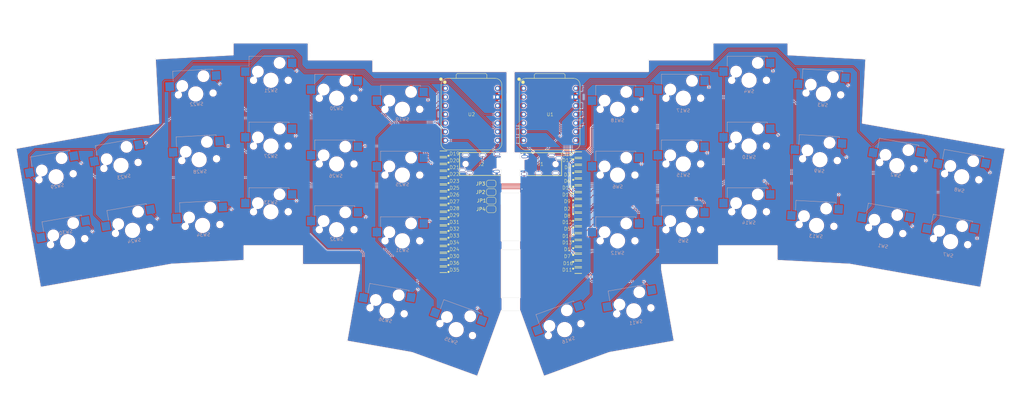
<source format=kicad_pcb>
(kicad_pcb (version 20241229) (generator "pcbnew") (generator_version "9.0")
  (layers (0 "F.Cu" signal) (2 "B.Cu" signal) (13 "F.Paste" user) (15 "B.Paste" user) (5 "F.SilkS" user "F.Silkscreen") (7 "B.SilkS" user "B.Silkscreen") (1 "F.Mask" user) (3 "B.Mask" user) (25 "Edge.Cuts" user))
  (net 0 "")
  (net 1 "Net-(D1-A)")
  (net 2 "/right/row_1")
  (net 3 "Net-(D2-A)")
  (net 4 "Net-(D3-A)")
  (net 5 "Net-(D4-A)")
  (net 6 "Net-(D5-A)")
  (net 7 "Net-(D6-A)")
  (net 8 "/right/row_2")
  (net 9 "Net-(D7-A)")
  (net 10 "Net-(D8-A)")
  (net 11 "Net-(D9-A)")
  (net 12 "Net-(D10-A)")
  (net 13 "Net-(D11-A)")
  (net 14 "/right/row_3")
  (net 15 "Net-(D12-A)")
  (net 16 "Net-(D13-A)")
  (net 17 "Net-(D14-A)")
  (net 18 "/right/row_4")
  (net 19 "Net-(D15-A)")
  (net 20 "Net-(D16-A)")
  (net 21 "Net-(D17-A)")
  (net 22 "Net-(D18-A)")
  (net 23 "/left/row_4")
  (net 24 "/left/row_1")
  (net 25 "Net-(D19-A)")
  (net 26 "Net-(D20-A)")
  (net 27 "/left/row_2")
  (net 28 "/left/row_3")
  (net 29 "Net-(D21-A)")
  (net 30 "Net-(D22-A)")
  (net 31 "Net-(D23-A)")
  (net 32 "Net-(D24-A)")
  (net 33 "Net-(D25-A)")
  (net 34 "Net-(D26-A)")
  (net 35 "Net-(D27-A)")
  (net 36 "Net-(D28-A)")
  (net 37 "Net-(D29-A)")
  (net 38 "Net-(D30-A)")
  (net 39 "Net-(D31-A)")
  (net 40 "Net-(D32-A)")
  (net 41 "Net-(D33-A)")
  (net 42 "Net-(D34-A)")
  (net 43 "Net-(D35-A)")
  (net 44 "Net-(D36-A)")
  (net 45 "/left/LTX")
  (net 47 "GND")
  (net 48 "/left/LRX")
  (net 49 "+3V3")
  (net 53 "/right/column_1")
  (net 54 "/right/column_2")
  (net 55 "/right/column_3")
  (net 56 "/right/column_4")
  (net 57 "/right/column_5")
  (net 58 "/left/column_1")
  (net 59 "/left/column_2")
  (net 60 "/left/column_3")
  (net 61 "/left/column_4")
  (net 62 "/left/column_5")
  (net 64 "/right/RRX")
  (net 65 "/right/RTX")
  (net 66 "/left/L_3V3")
  (net 67 "/left/L_GND")
  (footprint "benri-projects:DIODES_SOD232_R" (layer "F.Cu") (at 148 141.5 180)
    (property "Reference" "D34")
    (property "Value" "Val" (hide yes))
  )
  (footprint "benri-projects:DIODES_SOD232_R" (layer "F.Cu") (at 148.01 129.5 180)
    (property "Reference" "D27")
    (property "Value" "Val" (hide yes))
  )
  (footprint "benri-projects:DIODES_SOD232_R" (layer "F.Cu") (at 187.5 145.75)
    (property "Reference" "D7")
    (property "Value" "Val" (hide yes))
  )
  (footprint "benri-projects:DIODES_SOD232_R" (layer "F.Cu") (at 148 117.5 180)
    (property "Reference" "D20")
    (property "Value" "Val" (hide yes))
  )
  (footprint "benri-projects:DIODES_SOD232_R" (layer "F.Cu") (at 148.02 133.5 180)
    (property "Reference" "D29")
    (property "Value" "Val" (hide yes))
  )
  (footprint "Jumper:SolderJumper-2_P1.3mm_Open_RoundedPad1.0x1.5mm" (layer "F.Cu") (at 162 131.75)
    (property "Reference" "JP4")
    (property "Value" "SolderJumper_2_Open")
  )
  (footprint "benri-projects:DIODES_SOD232_R" (layer "F.Cu") (at 187.51 129.75)
    (property "Reference" "D9")
    (property "Value" "Val" (hide yes))
  )
  (footprint "benri-projects:DIODES_SOD232_R" (layer "F.Cu") (at 187.5 139.75)
    (property "Reference" "D14")
    (property "Value" "Val" (hide yes))
  )
  (footprint "Jumper:SolderJumper-2_P1.3mm_Open_RoundedPad1.0x1.5mm" (layer "F.Cu") (at 162 129.25)
    (property "Reference" "JP1")
    (property "Value" "SolderJumper_2_Open")
  )
  (footprint "benri-projects:DIODES_SOD232_R" (layer "F.Cu") (at 187.49 149.75)
    (property "Reference" "D11")
    (property "Value" "Val" (hide yes))
  )
  (footprint "Jumper:SolderJumper-2_P1.3mm_Open_RoundedPad1.0x1.5mm" (layer "F.Cu") (at 162 124.25)
    (property "Reference" "JP3")
    (property "Value" "SolderJumper_2_Open")
  )
  (footprint "benri-projects:TENSILITY_54-00176_R" (layer "F.Cu") (at 170.35 118.55)
    (property "Reference" "J1")
    (property "Value" "~")
    (fp_line (start 0 -1.65) (end 0 -3.25) (stroke (width 0.05)) (layer "Edge.Cuts"))
    (fp_line (start 0 1.65) (end 0 3.2) (stroke (width 0.05)) (layer "Edge.Cuts"))
    (fp_line (start 1.2 -1.65) (end 0 -1.65) (stroke (width 0.05)) (layer "Edge.Cuts"))
    (fp_line (start 1.2 -1.65) (end 1.2 1.65) (stroke (width 0.05)) (layer "Edge.Cuts"))
    (fp_line (start 1.2 1.65) (end 0 1.65) (stroke (width 0.05)) (layer "Edge.Cuts"))
  )
  (footprint "benri-projects:DIODES_SOD232_R" (layer "F.Cu") (at 187.5 137.75)
    (property "Reference" "D5")
    (property "Value" "Val" (hide yes))
  )
  (footprint "benri-projects:DIODES_SOD232_R" (layer "F.Cu") (at 187.5 141.75)
    (property "Reference" "D13")
    (property "Value" "Val" (hide yes))
  )
  (footprint "benri-projects:DIODES_SOD232_R" (layer "F.Cu") (at 187.5 143.75)
    (property "Reference" "D1")
    (property "Value" "Val" (hide yes))
  )
  (footprint "benri-projects:DIODES_SOD232_R" (layer "F.Cu") (at 187.5 131.75)
    (property "Reference" "D2")
    (property "Value" "Val" (hide yes))
  )
  (footprint "benri-projects:DIODES_SOD232_R" (layer "F.Cu") (at 148.01 127.5 180)
    (property "Reference" "D26")
    (property "Value" "Val" (hide yes))
  )
  (footprint "benri-projects:DIODES_SOD232_R" (layer "F.Cu") (at 187.49 135.75)
    (property "Reference" "D12")
    (property "Value" "Val" (hide yes))
  )
  (footprint "benri-projects:DIODES_SOD232_R" (layer "F.Cu") (at 148 145.5 180)
    (property "Reference" "D30")
    (property "Value" "Val" (hide yes))
  )
  (footprint "benri-projects:DIODES_SOD232_R" (layer "F.Cu") (at 148 137.5 180)
    (property "Reference" "D32")
    (property "Value" "Val" (hide yes))
  )
  (footprint "Seeed Studio XIAO Series Library:XIAO-RP2040-DIP" (layer "F.Cu") (at 179.12 103.98)
    (property "Reference" "U1")
    (property "Value" "XIAO-RP2040-DIP")
  )
  (footprint "benri-projects:DIODES_SOD232_R" (layer "F.Cu") (at 148 119.5 180)
    (property "Reference" "D21")
    (property "Value" "Val" (hide yes))
  )
  (footprint "benri-projects:DIODES_SOD232_R" (layer "F.Cu") (at 148.02 125.5 180)
    (property "Reference" "D25")
    (property "Value" "Val" (hide yes))
  )
  (footprint "benri-projects:DIODES_SOD232_R" (layer "F.Cu") (at 148 121.5 180)
    (property "Reference" "D22")
    (property "Value" "Val" (hide yes))
  )
  (footprint "benri-projects:DIODES_SOD232_R" (layer "F.Cu") (at 148 147.5 180)
    (property "Reference" "D36")
    (property "Value" "Val" (hide yes))
  )
  (footprint "benri-projects:DIODES_SOD232_R" (layer "F.Cu") (at 148.02 131.5 180)
    (property "Reference" "D28")
    (property "Value" "Val" (hide yes))
  )
  (footprint "benri-projects:DIODES_SOD232_R" (layer "F.Cu") (at 187.5 119.75)
    (property "Reference" "D4")
    (property "Value" "Val" (hide yes))
  )
  (footprint "benri-projects:DIODES_SOD232_R" (layer "F.Cu") (at 148 143.5 180)
    (property "Reference" "D24")
    (property "Value" "Val" (hide yes))
  )
  (footprint "benri-projects:DIODES_SOD232_R" (layer "F.Cu") (at 148 139.5 180)
    (property "Reference" "D33")
    (property "Value" "Val" (hide yes))
  )
  (footprint "benri-projects:DIODES_SOD232_R" (layer "F.Cu") (at 187.5 123.75)
    (property "Reference" "D6")
    (property "Value" "Val" (hide yes))
  )
  (footprint "benri-projects:DIODES_SOD232_R" (layer "F.Cu") (at 148 115.5 180)
    (property "Reference" "D19")
    (property "Value" "Val" (hide yes))
  )
  (footprint "benri-projects:DIODES_SOD232_R" (layer "F.Cu") (at 148 149.5 180)
    (property "Reference" "D35")
    (property "Value" "Val" (hide yes))
  )
  (footprint "benri-projects:TENSILITY_54-00176_R" (layer "F.Cu") (at 165 118.5 180)
    (property "Reference" "J2")
    (property "Value" "~")
    (fp_line (start 1.2 1.65) (end 0 1.65) (stroke (width 0.05)) (layer "Edge.Cuts"))
    (fp_line (start 1.2 -1.65) (end 1.2 1.65) (stroke (width 0.05)) (layer "Edge.Cuts"))
    (fp_line (start 1.2 -1.65) (end 0 -1.65) (stroke (width 0.05)) (layer "Edge.Cuts"))
    (fp_line (start 0 1.65) (end 0 3.2) (stroke (width 0.05)) (layer "Edge.Cuts"))
    (fp_line (start 0 -1.65) (end 0 -3.25) (stroke (width 0.05)) (layer "Edge.Cuts"))
  )
  (footprint "Jumper:SolderJumper-2_P1.3mm_Open_RoundedPad1.0x1.5mm" (layer "F.Cu") (at 162 126.75)
    (property "Reference" "JP2")
    (property "Value" "SolderJumper_2_Open")
  )
  (footprint "benri-projects:DIODES_SOD232_R" (layer "F.Cu") (at 148 123.5 180)
    (property "Reference" "D23")
    (property "Value" "Val" (hide yes))
  )
  (footprint "benri-projects:DIODES_SOD232_R" (layer "F.Cu") (at 148 135.5 180)
    (property "Reference" "D31")
    (property "Value" "Val" (hide yes))
  )
  (footprint "benri-projects:DIODES_SOD232_R" (layer "F.Cu") (at 187.5 121.75)
    (property "Reference" "D3")
    (property "Value" "Val" (hide yes))
  )
  (footprint "benri-projects:DIODES_SOD232_R" (layer "F.Cu") (at 187.5 125.75)
    (property "Reference" "D15")
    (property "Value" "Val" (hide yes))
  )
  (footprint "benri-projects:DIODES_SOD232_R" (layer "F.Cu") (at 187.49 147.75)
    (property "Reference" "D16")
    (property "Value" "Val" (hide yes))
  )
  (footprint "benri-projects:DIODES_SOD232_R" (layer "F.Cu") (at 187.5 127.75)
    (property "Reference" "D10")
    (property "Value" "Val" (hide yes))
  )
  (footprint "Seeed Studio XIAO Series Library:XIAO-RP2040-DIP" (layer "F.Cu") (at 156.23 103.98)
    (property "Reference" "U2")
    (property "Value" "XIAO-RP2040-DIP")
  )
  (footprint "benri-projects:DIODES_SOD232_R" (layer "F.Cu") (at 187.5 115.75)
    (property "Reference" "D18")
    (property "Value" "Val" (hide yes))
  )
  (footprint "benri-projects:DIODES_SOD232_R" (layer "F.Cu") (at 187.51 133.75)
    (property "Reference" "D8")
    (property "Value" "Val" (hide yes))
  )
  (footprint "benri-projects:DIODES_SOD232_R" (layer "F.Cu") (at 187.51 117.75)
    (property "Reference" "D17")
    (property "Value" "Val" (hide yes))
  )
  (footprint "benri-projects:GatereonHotswap" (layer "B.Cu") (at 237.5 132.5 180)
    (property "Reference" "SW14")
    (property "Value" "GENERIC_ELECTROMECHANICAL_PUSHBUTTON")
  )
  (footprint "benri-projects:GatereonHotswap" (layer "B.Cu") (at 199 102.5 180)
    (property "Reference" "SW18")
    (property "Value" "GENERIC_ELECTROMECHANICAL_PUSHBUTTON")
  )
  (footprint "benri-projects:GatereonHotswap" (layer "B.Cu") (at 116.75 99.25 180)
    (property "Reference" "SW20")
    (property "Value" "GENERIC_ELECTROMECHANICAL_PUSHBUTTON")
  )
  (footprint "benri-projects:GatereonHotswap" (layer "B.Cu") (at 259.25 98 177)
    (property "Reference" "SW3")
    (property "Value" "GENERIC_ELECTROMECHANICAL_PUSHBUTTON")
  )
  (footprint "benri-projects:GatereonHotswap" (layer "B.Cu") (at 296.5 141.25 170)
    (property "Reference" "SW7")
    (property "Value" "GENERIC_ELECTROMECHANICAL_PUSHBUTTON")
  )
  (footprint "benri-projects:GatereonHotswap" (layer "B.Cu") (at 53.613633 118.938243 -170)
    (property "Reference" "SW23")
    (property "Value" "GENERIC_ELECTROMECHANICAL_PUSHBUTTON")
  )
  (footprint "benri-projects:GatereonHotswap" (layer "B.Cu") (at 183.5 167 -160)
    (property "Reference" "SW16")
    (property "Value" "GENERIC_ELECTROMECHANICAL_PUSHBUTTON")
  )
  (footprint "benri-projects:GatereonHotswap" (layer "B.Cu") (at 258.25 117.25 177)
    (property "Reference" "SW9")
    (property "Value" "GENERIC_ELECTROMECHANICAL_PUSHBUTTON")
  )
  (footprint "benri-projects:GatereonHotswap" (layer "B.Cu") (at 218.25 118.5 180)
    (property "Reference" "SW15")
    (property "Value" "GENERIC_ELECTROMECHANICAL_PUSHBUTTON")
  )
  (footprint "benri-projects:GatereonHotswap" (layer "B.Cu") (at 75.5 98 -177)
    (property "Reference" "SW22")
    (property "Value" "GENERIC_ELECTROMECHANICAL_PUSHBUTTON")
  )
  (footprint "benri-projects:GatereonHotswap" (layer "B.Cu") (at 97.5 113.25 180)
    (property "Reference" "SW27")
    (property "Value" "GENERIC_ELECTROMECHANICAL_PUSHBUTTON")
  )
  (footprint "benri-projects:GatereonHotswap" (layer "B.Cu") (at 116.75 118.5 180)
    (property "Reference" "SW26")
    (property "Value" "GENERIC_ELECTROMECHANICAL_PUSHBUTTON")
  )
  (footprint "benri-projects:GatereonHotswap" (layer "B.Cu") (at 76.5 117.25 -177)
    (property "Reference" "SW28")
    (property "Value" "GENERIC_ELECTROMECHANICAL_PUSHBUTTON")
  )
  (footprint "benri-projects:GatereonHotswap" (layer "B.Cu") (at 277.5 138 170)
    (property "Reference" "SW1")
    (property "Value" "GENERIC_ELECTROMECHANICAL_PUSHBUTTON")
  )
  (footprint "benri-projects:GatereonHotswap" (layer "B.Cu") (at 280.75 119 170)
    (property "Reference" "SW2")
    (property "Value" "GENERIC_ELECTROMECHANICAL_PUSHBUTTON")
  )
  (footprint "benri-projects:GatereonHotswap" (layer "B.Cu") (at 38 141.25 -170)
    (property "Reference" "SW30")
    (property "Value" "GENERIC_ELECTROMECHANICAL_PUSHBUTTON")
  )
  (footprint "benri-projects:GatereonHotswap" (layer "B.Cu") (at 237.5 94 180)
    (property "Reference" "SW4")
    (property "Value" "GENERIC_ELECTROMECHANICAL_PUSHBUTTON")
  )
  (footprint "benri-projects:GatereonHotswap" (layer "B.Cu") (at 136 102.5 180)
    (property "Reference" "SW19")
    (property "Value" "GENERIC_ELECTROMECHANICAL_PUSHBUTTON")
  )
  (footprint "benri-projects:GatereonHotswap" (layer "B.Cu") (at 131.523639 161.487462 170)
    (property "Reference" "SW36")
    (property "Value" "GENERIC_ELECTROMECHANICAL_PUSHBUTTON")
  )
  (footprint "benri-projects:GatereonHotswap" (layer "B.Cu") (at 151.75 167 160)
    (property "Reference" "SW35")
    (property "Value" "GENERIC_ELECTROMECHANICAL_PUSHBUTTON")
  )
  (footprint "benri-projects:GatereonHotswap" (layer "B.Cu") (at 116.75 137.75 180)
    (property "Reference" "SW32")
    (property "Value" "GENERIC_ELECTROMECHANICAL_PUSHBUTTON")
  )
  (footprint "benri-projects:GatereonHotswap" (layer "B.Cu") (at 97.5 94 180)
    (property "Reference" "SW21")
    (property "Value" "GENERIC_ELECTROMECHANICAL_PUSHBUTTON")
  )
  (footprint "benri-projects:GatereonHotswap" (layer "B.Cu") (at 199 141 180)
    (property "Reference" "SW12")
    (property "Value" "GENERIC_ELECTROMECHANICAL_PUSHBUTTON")
  )
  (footprint "benri-projects:GatereonHotswap" (layer "B.Cu") (at 136 121.75 180)
    (property "Reference" "SW25")
    (property "Value" "GENERIC_ELECTROMECHANICAL_PUSHBUTTON")
  )
  (footprint "benri-projects:GatereonHotswap" (layer "B.Cu") (at 237.5 113.25 180)
    (property "Reference" "SW10")
    (property "Value" "GENERIC_ELECTROMECHANICAL_PUSHBUTTON")
  )
  (footprint "benri-projects:GatereonHotswap" (layer "B.Cu") (at 218.25 137.75 180)
    (property "Reference" "SW5")
    (property "Value" "GENERIC_ELECTROMECHANICAL_PUSHBUTTON")
  )
  (footprint "benri-projects:GatereonHotswap" (layer "B.Cu") (at 77.5 136.5 -177)
    (property "Reference" "SW34")
    (property "Value" "GENERIC_ELECTROMECHANICAL_PUSHBUTTON")
  )
  (footprint "benri-projects:GatereonHotswap" (layer "B.Cu") (at 97.5 132.5 180)
    (property "Reference" "SW33")
    (property "Value" "GENERIC_ELECTROMECHANICAL_PUSHBUTTON")
  )
  (footprint "benri-projects:GatereonHotswap" (layer "B.Cu") (at 34.613633 122.25 -170)
    (property "Reference" "SW29")
    (property "Value" "GENERIC_ELECTROMECHANICAL_PUSHBUTTON")
  )
  (footprint "benri-projects:GatereonHotswap" (layer "B.Cu") (at 203.75 161.5 -170)
    (property "Reference" "SW11")
    (property "Value" "GENERIC_ELECTROMECHANICAL_PUSHBUTTON")
  )
  (footprint "benri-projects:GatereonHotswap" (layer "B.Cu") (at 257.25 136.5 177)
    (property "Reference" "SW13")
    (property "Value" "GENERIC_ELECTROMECHANICAL_PUSHBUTTON")
  )
  (footprint "benri-projects:GatereonHotswap" (layer "B.Cu") (at 218.25 99.25 180)
    (property "Reference" "SW17")
    (property "Value" "GENERIC_ELECTROMECHANICAL_PUSHBUTTON")
  )
  (footprint "benri-projects:GatereonHotswap" (layer "B.Cu") (at 57 137.938243 -170)
    (property "Reference" "SW24")
    (property "Value" "GENERIC_ELECTROMECHANICAL_PUSHBUTTON")
  )
  (footprint "benri-projects:GatereonHotswap" (layer "B.Cu") (at 136 141 180)
    (property "Reference" "SW31")
    (property "Value" "GENERIC_ELECTROMECHANICAL_PUSHBUTTON")
  )
  (footprint "benri-projects:GatereonHotswap" (layer "B.Cu") (at 199 121.75 180)
    (property "Reference" "SW6")
    (property "Value" "GENERIC_ELECTROMECHANICAL_PUSHBUTTON")
  )
  (footprint "benri-projects:GatereonHotswap" (layer "B.Cu") (at 299.75 122.25 170)
    (property "Reference" "SW8")
    (property "Value" "GENERIC_ELECTROMECHANICAL_PUSHBUTTON")
  )
  (gr_line (start 158 180.75) (end 138.75 173.75) (stroke (width 0.05)) (layer "Edge.Cuts"))
  (gr_line (start 248.95 86.5) (end 248.95 83) (stroke (width 0.05)) (layer "Edge.Cuts"))
  (gr_line (start 89.7 142.5) (end 89.7 146.8) (stroke (width 0.05)) (layer "Edge.Cuts"))
  (gr_line (start 245.65 142.5) (end 245.65 146.8) (stroke (width 0.05)) (layer "Edge.Cuts"))
  (gr_line (start 123.4 148) (end 106.7 148) (stroke (width 0.05)) (layer "Edge.Cuts"))
  (gr_line (start 170.375 143.6) (end 165.025 143.6) (stroke (width 0.05)) (layer "Edge.Cuts"))
  (gr_line (start 196.6 173.75) (end 215.65 170.4) (stroke (width 0.05)) (layer "Edge.Cuts"))
  (gr_line (start 170.375 157.6) (end 170.375 143.6) (stroke (width 0.05)) (layer "Edge.Cuts"))
  (gr_line (start 207.95 88) (end 207.95 91.4) (stroke (width 0.05)) (layer "Edge.Cuts"))
  (gr_line (start 170.375 161.5) (end 177.375 180.75) (stroke (width 0.05)) (layer "Edge.Cuts"))
  (gr_line (start 138.75 173.75) (end 119.7 170.4) (stroke (width 0.05)) (layer "Edge.Cuts"))
  (gr_line (start 64.6 106.5) (end 63.6 87.7) (stroke (width 0.05)) (layer "Edge.Cuts"))
  (gr_line (start 177.375 180.75) (end 196.6 173.75) (stroke (width 0.05)) (layer "Edge.Cuts"))
  (gr_line (start 170.35 115.3) (end 168.65 115.3) (stroke (width 0.05)) (layer "Edge.Cuts"))
  (gr_line (start 165 141) (end 165 127) (stroke (width 0.05)) (layer "Edge.Cuts"))
  (gr_line (start 30 154.7) (end 22.8 113.9) (stroke (width 0.05)) (layer "Edge.Cuts"))
  (gr_line (start 165.025 157.6) (end 165.025 143.6) (stroke (width 0.05)) (layer "Edge.Cuts"))
  (gr_line (start 170.35 127) (end 165 127) (stroke (width 0.05)) (layer "Edge.Cuts"))
  (gr_line (start 166.7 91.4) (end 166.7 115.3) (stroke (width 0.05)) (layer "Edge.Cuts"))
  (gr_line (start 86.4 86.5) (end 86.4 83) (stroke (width 0.05)) (layer "Edge.Cuts"))
  (gr_line (start 226.85 88) (end 207.95 88) (stroke (width 0.05)) (layer "Edge.Cuts"))
  (gr_line (start 127.4 88) (end 127.4 91.4) (stroke (width 0.05)) (layer "Edge.Cuts"))
  (gr_line (start 266.95 147.9) (end 305.35 154.7) (stroke (width 0.05)) (layer "Edge.Cuts"))
  (gr_line (start 312.55 113.9) (end 270.73121 106.496676) (stroke (width 0.05)) (layer "Edge.Cuts"))
  (gr_line (start 271.75 87.7) (end 248.95 86.5) (stroke (width 0.05)) (layer "Edge.Cuts"))
  (gr_line (start 108.5 83) (end 108.5 88) (stroke (width 0.05)) (layer "Edge.Cuts"))
  (gr_line (start 165 161.5) (end 158 180.75) (stroke (width 0.05)) (layer "Edge.Cuts"))
  (gr_line (start 170.35 141) (end 170.35 127) (stroke (width 0.05)) (layer "Edge.Cuts"))
  (gr_line (start 245.65 146.8) (end 266.95 147.9) (stroke (width 0.05)) (layer "Edge.Cuts"))
  (gr_line (start 170.35 124) (end 165 124) (stroke (width 0.05)) (layer "Edge.Cuts"))
  (gr_line (start 165 121.75) (end 165 124) (stroke (width 0.05)) (layer "Edge.Cuts"))
  (gr_line (start 68.4 147.9) (end 30 154.7) (stroke (width 0.05)) (layer "Edge.Cuts"))
  (gr_line (start 270.73121 106.496676) (end 271.75 87.7) (stroke (width 0.05)) (layer "Edge.Cuts"))
  (gr_line (start 165 141) (end 170.35 141) (stroke (width 0.05)) (layer "Edge.Cuts"))
  (gr_line (start 63.6 87.7) (end 86.4 86.5) (stroke (width 0.05)) (layer "Edge.Cuts"))
  (gr_line (start 228.65 148) (end 228.65 142.5) (stroke (width 0.05)) (layer "Edge.Cuts"))
  (gr_line (start 211.95 148) (end 228.65 148) (stroke (width 0.05)) (layer "Edge.Cuts"))
  (gr_line (start 165 161.5) (end 170.375 161.5) (stroke (width 0.05)) (layer "Edge.Cuts"))
  (gr_line (start 215.65 170.4) (end 211.95 149.4) (stroke (width 0.05)) (layer "Edge.Cuts"))
  (gr_line (start 165.025 157.6) (end 170.375 157.6) (stroke (width 0.05)) (layer "Edge.Cuts"))
  (gr_line (start 86.4 83) (end 108.5 83) (stroke (width 0.05)) (layer "Edge.Cuts"))
  (gr_line (start 168.65 91.4) (end 168.65 115.3) (stroke (width 0.05)) (layer "Edge.Cuts"))
  (gr_line (start 228.65 142.5) (end 245.65 142.5) (stroke (width 0.05)) (layer "Edge.Cuts"))
  (gr_line (start 108.5 88) (end 127.4 88) (stroke (width 0.05)) (layer "Edge.Cuts"))
  (gr_line (start 211.95 149.4) (end 211.95 148) (stroke (width 0.05)) (layer "Edge.Cuts"))
  (gr_line (start 305.35 154.7) (end 312.55 113.9) (stroke (width 0.05)) (layer "Edge.Cuts"))
  (gr_line (start 207.95 91.4) (end 168.65 91.4) (stroke (width 0.05)) (layer "Edge.Cuts"))
  (gr_line (start 165 115.3) (end 166.7 115.3) (stroke (width 0.05)) (layer "Edge.Cuts"))
  (gr_line (start 170.35 121.75) (end 170.35 124) (stroke (width 0.05)) (layer "Edge.Cuts"))
  (gr_line (start 123.4 149.4) (end 123.4 148) (stroke (width 0.05)) (layer "Edge.Cuts"))
  (gr_line (start 106.7 142.5) (end 89.7 142.5) (stroke (width 0.05)) (layer "Edge.Cuts"))
  (gr_line (start 89.7 146.8) (end 68.4 147.9) (stroke (width 0.05)) (layer "Edge.Cuts"))
  (gr_line (start 248.95 83) (end 226.85 83) (stroke (width 0.05)) (layer "Edge.Cuts"))
  (gr_line (start 106.7 148) (end 106.7 142.5) (stroke (width 0.05)) (layer "Edge.Cuts"))
  (gr_line (start 127.4 91.4) (end 166.7 91.4) (stroke (width 0.05)) (layer "Edge.Cuts"))
  (gr_line (start 22.8 113.9) (end 64.6 106.5) (stroke (width 0.05)) (layer "Edge.Cuts"))
  (gr_line (start 226.85 83) (end 226.85 88) (stroke (width 0.05)) (layer "Edge.Cuts"))
  (gr_line (start 119.7 170.4) (end 123.4 149.4) (stroke (width 0.05)) (layer "Edge.Cuts"))
  (segment (start 188.26 143.75) (end 221.25 143.75) (width 0.2) (layer "F.Cu") (net 1))
  (segment (start 268.25 139.25) (end 270.5 141.5) (width 0.2) (layer "F.Cu") (net 1))
  (segment (start 270.5 141.5) (end 271 142) (width 0.2) (layer "F.Cu") (net 1))
  (segment (start 285.5 139.75) (end 285.5 137) (width 0.2) (layer "F.Cu") (net 1))
  (segment (start 221.25 143.75) (end 222.5 142.5) (width 0.2) (layer "F.Cu") (net 1))
  (segment (start 285.5 137) (end 285.25 136.75) (width 0.2) (layer "F.Cu") (net 1))
  (segment (start 225.75 139.25) (end 230.5 139.25) (width 0.2) (layer "F.Cu") (net 1))
  (segment (start 283.25 142) (end 285.5 139.75) (width 0.2) (layer "F.Cu") (net 1))
  (segment (start 282.75 142) (end 283.25 142) (width 0.2) (layer "F.Cu") (net 1))
  (segment (start 230.5 139.25) (end 268.25 139.25) (width 0.2) (layer "F.Cu") (net 1))
  (segment (start 271 142) (end 282.75 142) (width 0.2) (layer "F.Cu") (net 1))
  (segment (start 222.5 142.5) (end 225.75 139.25) (width 0.2) (layer "F.Cu") (net 1))
  (via (at 285.25 136.75) (size 0.6) (drill 0.3) (layers "F.Cu" "B.Cu") (net 1))
  (segment (start 284.497789 135.997789) (end 284.497789 134.075532) (width 0.2) (layer "B.Cu") (net 1))
  (segment (start 285.25 136.75) (end 284.497789 135.997789) (width 0.2) (layer "B.Cu") (net 1))
  (segment (start 148.76 123.5) (end 148.76 121.5) (width 0.2) (layer "F.Cu") (net 2))
  (segment (start 148.75 115.5) (end 147.651 114.401) (width 0.2) (layer "F.Cu") (net 2))
  (segment (start 143.901 111.5939) (end 143.901 100.234) (width 0.2) (layer "F.Cu") (net 2))
  (segment (start 148.76 121.5) (end 148.76 119.5) (width 0.2) (layer "F.Cu") (net 2))
  (segment (start 148.76 117.5) (end 148.76 115.5) (width 0.2) (layer "F.Cu") (net 2))
  (segment (start 143.901 100.234) (end 147.775 96.36) (width 0.2) (layer "F.Cu") (net 2))
  (segment (start 149.11 96.36) (end 148.61 96.36) (width 0.2) (layer "F.Cu") (net 2))
  (segment (start 148.76 115.5) (end 148.75 115.5) (width 0.2) (layer "F.Cu") (net 2))
  (segment (start 146.7081 114.401) (end 143.901 111.5939) (width 0.2) (layer "F.Cu") (net 2))
  (segment (start 147.651 114.401) (end 146.7081 114.401) (width 0.2) (layer "F.Cu") (net 2))
  (segment (start 148.76 119.5) (end 148.76 117.5) (width 0.2) (layer "F.Cu") (net 2))
  (segment (start 228.1493 118.052) (end 246.2349 118.052) (width 0.2) (layer "F.Cu") (net 3))
  (segment (start 193.25 126.25) (end 219.9513 126.25) (width 0.2) (layer "F.Cu") (net 3))
  (segment (start 275.401 120.901) (end 277 122.5) (width 0.2) (layer "F.Cu") (net 3))
  (segment (start 277 122.5) (end 287.5 122.5) (width 0.2) (layer "F.Cu") (net 3))
  (segment (start 188.26 131.24) (end 193.25 126.25) (width 0.2) (layer "F.Cu") (net 3))
  (segment (start 249.0839 120.901) (end 275.401 120.901) (width 0.2) (layer "F.Cu") (net 3))
  (segment (start 219.9513 126.25) (end 228.1493 118.052) (width 0.2) (layer "F.Cu") (net 3))
  (segment (start 289.25 120.75) (end 289.25 117.5) (width 0.2) (layer "F.Cu") (net 3))
  (segment (start 188.26 131.75) (end 188.26 131.24) (width 0.2) (layer "F.Cu") (net 3))
  (segment (start 246.2349 118.052) (end 249.0839 120.901) (width 0.2) (layer "F.Cu") (net 3))
  (segment (start 287.5 122.5) (end 289.25 120.75) (width 0.2) (layer "F.Cu") (net 3))
  (via (at 289.25 117.5) (size 0.6) (drill 0.3) (layers "F.Cu" "B.Cu") (net 3))
  (segment (start 289.25 116.577743) (end 287.747789 115.075532) (width 0.2) (layer "B.Cu") (net 3))
  (segment (start 289.25 117.5) (end 289.25 116.577743) (width 0.2) (layer "B.Cu") (net 3))
  (segment (start 252 101.5) (end 249.651 99.151) (width 0.2) (layer "F.Cu") (net 4))
  (segment (start 219.1141 107.953) (end 192.9983 107.953) (width 0.2) (layer "F.Cu") (net 4))
  (segment (start 189.401 117.0503) (end 189.401 120.609) (width 0.2) (layer "F.Cu") (net 4))
  (segment (start 189.401 120.609) (end 188.26 121.75) (width 0.2) (layer "F.Cu") (net 4))
  (segment (start 267.5 100.5) (end 266.5 101.5) (width 0.2) (layer "F.Cu") (net 4))
  (segment (start 267.5 96.5) (end 267.5 100.5) (width 0.2) (layer "F.Cu") (net 4))
  (segment (start 266.5 95.5) (end 267.5 96.5) (width 0.2) (layer "F.Cu") (net 4))
  (segment (start 192.5 113.9513) (end 189.401 117.0503) (width 0.2) (layer "F.Cu") (net 4))
  (segment (start 192.9983 107.953) (end 192.5 108.4513) (width 0.2) (layer "F.Cu") (net 4))
  (segment (start 227.9161 99.151) (end 219.1141 107.953) (width 0.2) (layer "F.Cu") (net 4))
  (segment (start 266.5 101.5) (end 252 101.5) (width 0.2) (layer "F.Cu") (net 4))
  (segment (start 192.5 108.4513) (end 192.5 113.9513) (width 0.2) (layer "F.Cu") (net 4))
  (segment (start 249.651 99.151) (end 227.9161 99.151) (width 0.2) (layer "F.Cu") (net 4))
  (via (at 266.5 95.5) (size 0.6) (drill 0.3) (layers "F.Cu" "B.Cu") (net 4))
  (segment (start 265.717356 94.717356) (end 265.717356 93.251968) (width 0.2) (layer "B.Cu") (net 4))
  (segment (start 266.5 95.5) (end 265.717356 94.717356) (width 0.2) (layer "B.Cu") (net 4))
  (segment (start 244.5 96.75) (end 244.5 91.25) (width 0.2) (layer "F.Cu") (net 5))
  (segment (start 192.05955 108.32465) (end 192.8322 107.552) (width 0.2) (layer "F.Cu") (net 5))
  (segment (start 189 116.8842) (end 192.05955 113.82465) (width 0.2) (layer "F.Cu") (net 5))
  (segment (start 227.75 98.75) (end 242.5 98.75) (width 0.2) (layer "F.Cu") (net 5))
  (segment (start 192.8322 107.552) (end 218.948 107.552) (width 0.2) (layer "F.Cu") (net 5))
  (segment (start 218.948 107.552) (end 227.75 98.75) (width 0.2) (layer "F.Cu") (net 5))
  (segment (start 189 119.01) (end 189 116.8842) (width 0.2) (layer "F.Cu") (net 5))
  (segment (start 188.26 119.75) (end 189 119.01) (width 0.2) (layer "F.Cu") (net 5))
  (segment (start 242.5 98.75) (end 244.5 96.75) (width 0.2) (layer "F.Cu") (net 5))
  (segment (start 192.05955 113.82465) (end 192.05955 108.32465) (width 0.2) (layer "F.Cu") (net 5))
  (via (at 244.5 91.25) (size 0.6) (drill 0.3) (layers "F.Cu" "B.Cu") (net 5))
  (segment (start 244.5 91.25) (end 244.5 91) (width 0.2) (layer "B.Cu") (net 5))
  (segment (start 243.71 90.21) (end 243.71 88.92) (width 0.2) (layer "B.Cu") (net 5))
  (segment (start 244.5 91) (end 243.71 90.21) (width 0.2) (layer "B.Cu") (net 5))
  (segment (start 194.26 131.75) (end 205.25 131.75) (width 0.2) (layer "F.Cu") (net 6))
  (segment (start 205.25 131.75) (end 208.25 128.75) (width 0.2) (layer "F.Cu") (net 6))
  (segment (start 188.26 137.75) (end 194.26 131.75) (width 0.2) (layer "F.Cu") (net 6))
  (segment (start 208.25 128.75) (end 222 128.75) (width 0.2) (layer "F.Cu") (net 6))
  (via (at 222 128.75) (size 0.6) (drill 0.3) (layers "F.Cu" "B.Cu") (net 6))
  (segment (start 222 128.75) (end 223.25 128.75) (width 0.2) (layer "B.Cu") (net 6))
  (segment (start 224.46 130.04) (end 224.46 132.67) (width 0.2) (layer "B.Cu") (net 6))
  (segment (start 223.25 128.75) (end 224.5 130) (width 0.2) (layer "B.Cu") (net 6))
  (segment (start 224.5 130) (end 224.46 130.04) (width 0.2) (layer "B.Cu") (net 6))
  (segment (start 206 122.25) (end 206 118.5) (width 0.2) (layer "F.Cu") (net 7))
  (segment (start 188.26 123.75) (end 188.76 124.25) (width 0.2) (layer "F.Cu") (net 7))
  (segment (start 188.76 124.25) (end 204 124.25) (width 0.2) (layer "F.Cu") (net 7))
  (segment (start 204 124.25) (end 206 122.25) (width 0.2) (layer "F.Cu") (net 7))
  (via (at 206 118.5) (size 0.6) (drill 0.3) (layers "F.Cu" "B.Cu") (net 7))
  (segment (start 206 116.96) (end 205.71 116.67) (width 0.2) (layer "B.Cu") (net 7))
  (segment (start 205.71 116.67) (end 205.21 116.67) (width 0.2) (layer "B.Cu") (net 7))
  (segment (start 206 118.5) (end 206 116.96) (width 0.2) (layer "B.Cu") (net 7))
  (segment (start 148.77 125.51) (end 148.78 125.5) (width 0.2) (layer "F.Cu") (net 8))
  (segment (start 148.77 127.5) (end 148.77 125.51) (width 0.2) (layer "F.Cu") (net 8))
  (segment (start 146.8742 114) (end 144.302 111.4278) (width 0.2) (layer "F.Cu") (net 8))
  (segment (start 149.224 114.974) (end 148.25 114) (width 0.2) (layer "F.Cu") (net 8))
  (segment (start 148.25 114) (end 146.8742 114) (width 0.2) (layer "F.Cu") (net 8))
  (segment (start 148.78 131.28) (end 148.77 131.27) (width 0.2) (layer "F.Cu") (net 8))
  (segment (start 148.77 131.27) (end 148.77 129.5) (width 0.2) (layer "F.Cu") (net 8))
  (segment (start 148.78 133.5) (end 148.78 131.5) (width 0.2) (layer "F.Cu") (net 8))
  (segment (start 144.302 111.4278) (end 144.302 102.373) (width 0.2) (layer "F.Cu") (net 8))
  (segment (start 149.356 124.924) (end 149.356 114.974) (width 0.2) (layer "F.Cu") (net 8))
  (segment (start 148.78 131.5) (end 148.78 131.28) (width 0.2) (layer "F.Cu") (net 8))
  (segment (start 148.77 129.5) (end 148.77 127.5) (width 0.2) (layer "F.Cu") (net 8))
  (segment (start 148.78 125.5) (end 149.356 124.924) (width 0.2) (layer "F.Cu") (net 8))
  (segment (start 149.356 114.974) (end 149.224 114.974) (width 0.2) (layer "F.Cu") (net 8))
  (segment (start 144.302 102.373) (end 147.775 98.9) (width 0.2) (layer "F.Cu") (net 8))
  (segment (start 241.25 139.651) (end 266.75 139.651) (width 0.2) (layer "F.Cu") (net 9))
  (segment (start 189.651 145.75) (end 191.25 144.151) (width 0.2) (layer "F.Cu") (net 9))
  (segment (start 225.9161 139.651) (end 241.25 139.651) (width 0.2) (layer "F.Cu") (net 9))
  (segment (start 221.90855 143.65855) (end 225.9161 139.651) (width 0.2) (layer "F.Cu") (net 9))
  (segment (start 266.75 139.651) (end 268.0839 139.651) (width 0.2) (layer "F.Cu") (net 9))
  (segment (start 281.599 144.5) (end 302.5 144.5) (width 0.2) (layer "F.Cu") (net 9))
  (segment (start 270.8339 142.401) (end 279.5 142.401) (width 0.2) (layer "F.Cu") (net 9))
  (segment (start 221.4161 144.151) (end 221.90855 143.65855) (width 0.2) (layer "F.Cu") (net 9))
  (segment (start 188.26 145.75) (end 189.651 145.75) (width 0.2) (layer "F.Cu") (net 9))
  (segment (start 191.25 144.151) (end 221.4161 144.151) (width 0.2) (layer "F.Cu") (net 9))
  (segment (start 268.0839 139.651) (end 270.5 142.0671) (width 0.2) (layer "F.Cu") (net 9))
  (segment (start 302.5 144.5) (end 304.25 142.75) (width 0.2) (layer "F.Cu") (net 9))
  (segment (start 304.25 142.75) (end 304.25 140.25) (width 0.2) (layer "F.Cu") (net 9))
  (segment (start 270.5 142.0671) (end 270.8339 142.401) (width 0.2) (layer "F.Cu") (net 9))
  (segment (start 279.5 142.401) (end 281.599 144.5) (width 0.2) (layer "F.Cu") (net 9))
  (via (at 304.25 140.25) (size 0.6) (drill 0.3) (layers "F.Cu" "B.Cu") (net 9))
  (segment (start 304.25 140.25) (end 304.25 138.077743) (width 0.2) (layer "B.Cu") (net 9))
  (segment (start 304.25 138.077743) (end 303.497789 137.325532) (width 0.2) (layer "B.Cu") (net 9))
  (segment (start 275.2349 121.302) (end 276.8339 122.901) (width 0.2) (layer "F.Cu") (net 10))
  (segment (start 220.0184 126.75) (end 228.3154 118.453) (width 0.2) (layer "F.Cu") (net 10))
  (segment (start 276.8339 122.901) (end 281.25 122.901) (width 0.2) (layer "F.Cu") (net 10))
  (segment (start 188.27 133.75) (end 195.27 126.75) (width 0.2) (layer "F.Cu") (net 10))
  (segment (start 248.9178 121.302) (end 275.2349 121.302) (width 0.2) (layer "F.Cu") (net 10))
  (segment (start 246.0688 118.453) (end 248.9178 121.302) (width 0.2) (layer "F.Cu") (net 10))
  (segment (start 305.75 126.75) (end 308 124.5) (width 0.2) (layer "F.Cu") (net 10))
  (segment (start 195.27 126.75) (end 220.0184 126.75) (width 0.2) (layer "F.Cu") (net 10))
  (segment (start 228.3154 118.453) (end 246.0688 118.453) (width 0.2) (layer "F.Cu") (net 10))
  (segment (start 281.25 122.901) (end 285.099 126.75) (width 0.2) (layer "F.Cu") (net 10))
  (segment (start 308 124.5) (end 308 121) (width 0.2) (layer "F.Cu") (net 10))
  (segment (start 285.099 126.75) (end 305.75 126.75) (width 0.2) (layer "F.Cu") (net 10))
  (via (at 308 121) (size 0.6) (drill 0.3) (layers "F.Cu" "B.Cu") (net 10))
  (segment (start 308 121) (end 306.747789 119.747789) (width 0.2) (layer "B.Cu") (net 10))
  (segment (start 306.747789 119.747789) (end 306.747789 118.325532) (width 0.2) (layer "B.Cu") (net 10))
  (segment (start 264.75 120.5) (end 266 119.25) (width 0.2) (layer "F.Cu") (net 11))
  (segment (start 188.27 129.75) (end 188.27 129.4481) (width 0.2) (layer "F.Cu") (net 11))
  (segment (start 188.27 129.4481) (end 191.9681 125.75) (width 0.2) (layer "F.Cu") (net 11))
  (segment (start 249.25 120.5) (end 264.75 120.5) (width 0.2) (layer "F.Cu") (net 11))
  (segment (start 191.9681 125.75) (end 219.8842 125.75) (width 0.2) (layer "F.Cu") (net 11))
  (segment (start 227.9832 117.651) (end 246.401 117.651) (width 0.2) (layer "F.Cu") (net 11))
  (segment (start 246.401 117.651) (end 249.25 120.5) (width 0.2) (layer "F.Cu") (net 11))
  (segment (start 219.8842 125.75) (end 227.9832 117.651) (width 0.2) (layer "F.Cu") (net 11))
  (segment (start 266 119.25) (end 266 116.5) (width 0.2) (layer "F.Cu") (net 11))
  (via (at 266 116.5) (size 0.6) (drill 0.3) (layers "F.Cu" "B.Cu") (net 11))
  (segment (start 264.717356 115.217356) (end 264.717356 112.501968) (width 0.2) (layer "B.Cu") (net 11))
  (segment (start 266 116.5) (end 264.717356 115.217356) (width 0.2) (layer "B.Cu") (net 11))
  (segment (start 243 117.25) (end 246.25 114) (width 0.2) (layer "F.Cu") (net 12))
  (segment (start 191.25 125.25) (end 219.8171 125.25) (width 0.2) (layer "F.Cu") (net 12))
  (segment (start 227.8171 117.25) (end 243 117.25) (width 0.2) (layer "F.Cu") (net 12))
  (segment (start 188.75 127.75) (end 191.25 125.25) (width 0.2) (layer "F.Cu") (net 12))
  (segment (start 246.25 114) (end 246.25 110.25) (width 0.2) (layer "F.Cu") (net 12))
  (segment (start 188.26 127.75) (end 188.75 127.75) (width 0.2) (layer "F.Cu") (net 12))
  (segment (start 219.8171 125.25) (end 227.8171 117.25) (width 0.2) (layer "F.Cu") (net 12))
  (segment (start 246.25 110.25) (end 246 110) (width 0.2) (layer "F.Cu") (net 12))
  (via (at 246 110) (size 0.6) (drill 0.3) (layers "F.Cu" "B.Cu") (net 12))
  (segment (start 244.17 108.17) (end 243.71 108.17) (width 0.2) (layer "B.Cu") (net 12))
  (segment (start 246 110) (end 244.17 108.17) (width 0.2) (layer "B.Cu") (net 12))
  (segment (start 191.5 153) (end 206.75 153) (width 0.2) (layer "F.Cu") (net 13))
  (segment (start 188.25 149.75) (end 191.5 153) (width 0.2) (layer "F.Cu") (net 13))
  (via (at 206.75 153) (size 0.6) (drill 0.3) (layers "F.Cu" "B.Cu") (net 13))
  (segment (start 208.983523 155.233523) (end 208.983523 155.418821) (width 0.2) (layer "B.Cu") (net 13))
  (segment (start 206.75 153) (end 208.983523 155.233523) (width 0.2) (layer "B.Cu") (net 13))
  (segment (start 148.164 144.904) (end 148.76 145.5) (width 0.2) (layer "F.Cu") (net 14))
  (segment (start 147.0403 113.599) (end 148.5481 113.599) (width 0.2) (layer "F.Cu") (net 14))
  (segment (start 148.76 141.5) (end 148.164 142.096) (width 0.2) (layer "F.Cu") (net 14))
  (segment (start 148.61 101.44) (end 146.56 101.44) (width 0.2) (layer "F.Cu") (net 14))
  (segment (start 148.76 137.5) (end 148.76 135.5) (width 0.2) (layer "F.Cu") (net 14))
  (segment (start 148.5481 113.599) (end 149.757 114.8079) (width 0.2) (layer "F.Cu") (net 14))
  (segment (start 149.757 134.503) (end 148.76 135.5) (width 0.2) (layer "F.Cu") (net 14))
  (segment (start 148.76 139.5) (end 148.76 137.5) (width 0.2) (layer "F.Cu") (net 14))
  (segment (start 148.164 142.096) (end 148.164 144.904) (width 0.2) (layer "F.Cu") (net 14))
  (segment (start 148.76 139.5) (end 148.76 141.5) (width 0.2) (layer "F.Cu") (net 14))
  (segment (start 146.56 101.44) (end 144.703 103.297) (width 0.2) (layer "F.Cu") (net 14))
  (segment (start 149.757 114.8079) (end 149.757 134.503) (width 0.2) (layer "F.Cu") (net 14))
  (segment (start 144.703 111.2617) (end 147.0403 113.599) (width 0.2) (layer "F.Cu") (net 14))
  (segment (start 144.703 103.297) (end 144.703 111.2617) (width 0.2) (layer "F.Cu") (net 14))
  (segment (start 203.625 131.125) (end 203 130.5) (width 0.2) (layer "F.Cu") (net 15))
  (segment (start 193.5 130.5) (end 188.25 135.75) (width 0.2) (layer "F.Cu") (net 15))
  (segment (start 203 130.5) (end 193.5 130.5) (width 0.2) (layer "F.Cu") (net 15))
  (via (at 203.625 131.125) (size 0.6) (drill 0.3) (layers "F.Cu" "B.Cu") (net 15))
  (segment (start 203.625 131.125) (end 205.21 132.71) (width 0.2) (layer "B.Cu") (net 15))
  (segment (start 205.21 132.71) (end 205.21 135.92) (width 0.2) (layer "B.Cu") (net 15))
  (segment (start 261.601 124.101) (end 230.2161 124.101) (width 0.2) (layer "F.Cu") (net 16))
  (segment (start 224.5651 129.752) (end 208.3822 129.752) (width 0.2) (layer "F.Cu") (net 16))
  (segment (start 205.3842 132.75) (end 197.26 132.75) (width 0.2) (layer "F.Cu") (net 16))
  (segment (start 230.2161 124.101) (end 224.5651 129.752) (width 0.2) (layer "F.Cu") (net 16))
  (segment (start 208.3822 129.752) (end 205.3842 132.75) (width 0.2) (layer "F.Cu") (net 16))
  (segment (start 197.26 132.75) (end 188.26 141.75) (width 0.2) (layer "F.Cu") (net 16))
  (segment (start 263.75 127.5) (end 263.75 126.25) (width 0.2) (layer "F.Cu") (net 16))
  (segment (start 263.75 126.25) (end 261.601 124.101) (width 0.2) (layer "F.Cu") (net 16))
  (via (at 263.75 127.5) (size 0.6) (drill 0.3) (layers "F.Cu" "B.Cu") (net 16))
  (segment (start 263.75 127.5) (end 263.717356 127.532644) (width 0.2) (layer "B.Cu") (net 16))
  (segment (start 263.717356 127.532644) (end 263.717356 131.751968) (width 0.2) (layer "B.Cu") (net 16))
  (segment (start 188.26 139.75) (end 195.76 132.25) (width 0.2) (layer "F.Cu") (net 17))
  (segment (start 224.399 129.351) (end 230.25 123.5) (width 0.2) (layer "F.Cu") (net 17))
  (segment (start 195.76 132.25) (end 205.3171 132.25) (width 0.2) (layer "F.Cu") (net 17))
  (segment (start 205.3171 132.25) (end 208.2161 129.351) (width 0.2) (layer "F.Cu") (net 17))
  (segment (start 230.25 123.5) (end 242 123.5) (width 0.2) (layer "F.Cu") (net 17))
  (segment (start 208.2161 129.351) (end 224.399 129.351) (width 0.2) (layer "F.Cu") (net 17))
  (via (at 242 123.5) (size 0.6) (drill 0.3) (layers "F.Cu" "B.Cu") (net 17))
  (segment (start 242 123.5) (end 243.71 125.21) (width 0.2) (layer "B.Cu") (net 17))
  (segment (start 243.71 125.21) (end 243.71 127.42) (width 0.2) (layer "B.Cu") (net 17))
  (segment (start 148.61 103.98) (end 150.158 105.528) (width 0.2) (layer "F.Cu") (net 18))
  (segment (start 150.158 142.102) (end 148.76 143.5) (width 0.2) (layer "F.Cu") (net 18))
  (segment (start 148.76 143.5) (end 149.356 144.096) (width 0.2) (layer "F.Cu") (net 18))
  (segment (start 149.356 144.096) (end 149.356 146.904) (width 0.2) (layer "F.Cu") (net 18))
  (segment (start 150.158 105.528) (end 150.158 142.102) (width 0.2) (layer "F.Cu") (net 18))
  (segment (start 148.76 147.5) (end 148.76 149.5) (width 0.2) (layer "F.Cu") (net 18))
  (segment (start 149.356 146.904) (end 148.76 147.5) (width 0.2) (layer "F.Cu") (net 18))
  (segment (start 225.25 119.25) (end 225.25 115.25) (width 0.2) (layer "F.Cu") (net 19))
  (segment (start 188.75 125.75) (end 189.75 124.75) (width 0.2) (layer "F.Cu") (net 19))
  (segment (start 189.75 124.75) (end 219.75 124.75) (width 0.2) (layer "F.Cu") (net 19))
  (segment (start 188.26 125.75) (end 188.75 125.75) (width 0.2) (layer "F.Cu") (net 19))
  (segment (start 219.75 124.75) (end 225.25 119.25) (width 0.2) (layer "F.Cu") (net 19))
  (via (at 225.25 115.25) (size 0.6) (drill 0.3) (layers "F.Cu" "B.Cu") (net 19))
  (segment (start 225.25 115.25) (end 225.25 113.71) (width 0.2) (layer "B.Cu") (net 19))
  (segment (start 224.96 113.42) (end 224.46 113.42) (width 0.2) (layer "B.Cu") (net 19))
  (segment (start 225.25 113.71) (end 224.96 113.42) (width 0.2) (layer "B.Cu") (net 19))
  (segment (start 191.25 150.75) (end 191.25 151.5) (width 0.2) (layer "F.Cu") (net 20))
  (segment (start 188.25 147.75) (end 191.25 150.75) (width 0.2) (layer "F.Cu") (net 20))
  (via (at 191.25 151.5) (size 0.6) (drill 0.3) (layers "F.Cu" "B.Cu") (net 20))
  (segment (start 187.848028 160.102416) (end 187.598028 160.102416) (width 0.2) (layer "B.Cu") (net 20))
  (segment (start 191.25 151.5) (end 191.25 156.700444) (width 0.2) (layer "B.Cu") (net 20))
  (segment (start 191.25 156.700444) (end 187.848028 160.102416) (width 0.2) (layer "B.Cu") (net 20))
  (segment (start 191.65855 113.65855) (end 191.65855 108.15855) (width 0.2) (layer "F.Cu") (net 21))
  (segment (start 188.27 117.0471) (end 191.53355 113.78355) (width 0.2) (layer "F.Cu") (net 21))
  (segment (start 225.25 100.5) (end 225.75 100) (width 0.2) (layer "F.Cu") (net 21))
  (segment (start 225.75 100) (end 225.75 96) (width 0.2) (layer "F.Cu") (net 21))
  (segment (start 188.27 117.75) (end 188.27 117.0471) (width 0.2) (layer "F.Cu") (net 21))
  (segment (start 191.53355 113.78355) (end 191.65855 113.65855) (width 0.2) (layer "F.Cu") (net 21))
  (segment (start 191.65855 108.15855) (end 192.6661 107.151) (width 0.2) (layer "F.Cu") (net 21))
  (segment (start 194 107.151) (end 218.599 107.151) (width 0.2) (layer "F.Cu") (net 21))
  (segment (start 192.6661 107.151) (end 194 107.151) (width 0.2) (layer "F.Cu") (net 21))
  (segment (start 218.599 107.151) (end 225.25 100.5) (width 0.2) (layer "F.Cu") (net 21))
  (via (at 225.75 96) (size 0.6) (drill 0.3) (layers "F.Cu" "B.Cu") (net 21))
  (segment (start 224.96 94.17) (end 224.46 94.17) (width 0.2) (layer "B.Cu") (net 21))
  (segment (start 225.75 94.96) (end 224.96 94.17) (width 0.2) (layer "B.Cu") (net 21))
  (segment (start 225.75 96) (end 225.75 94.96) (width 0.2) (layer "B.Cu") (net 21))
  (segment (start 191.25 108) (end 192.5 106.75) (width 0.2) (layer "F.Cu") (net 22))
  (segment (start 203 106.75) (end 206 103.75) (width 0.2) (layer "F.Cu") (net 22))
  (segment (start 192.5 106.75) (end 203 106.75) (width 0.2) (layer "F.Cu") (net 22))
  (segment (start 189 115.75) (end 190.75 114) (width 0.2) (layer "F.Cu") (net 22))
  (segment (start 206 103.75) (end 206 99.5) (width 0.2) (layer "F.Cu") (net 22))
  (segment (start 188.26 115.75) (end 189 115.75) (width 0.2) (layer "F.Cu") (net 22))
  (segment (start 191.25 113.5) (end 191.25 108) (width 0.2) (layer "F.Cu") (net 22))
  (segment (start 190.75 114) (end 191.25 113.5) (width 0.2) (layer "F.Cu") (net 22))
  (via (at 206 99.5) (size 0.6) (drill 0.3) (layers "F.Cu" "B.Cu") (net 22))
  (segment (start 206 99.25) (end 205.21 98.46) (width 0.2) (layer "B.Cu") (net 22))
  (segment (start 206 99.5) (end 206 99.25) (width 0.2) (layer "B.Cu") (net 22))
  (segment (start 205.21 98.46) (end 205.21 97.42) (width 0.2) (layer "B.Cu") (net 22))
  (segment (start 186.114579 114.987851) (end 186.114579 115.124579) (width 0.2) (layer "F.Cu") (net 23))
  (segment (start 186.75 117.25) (end 186.75 117.75) (width 0.2) (layer "F.Cu") (net 23))
  (segment (start 171.5 103.98) (end 177.4187 103.98) (width 0.2) (layer "F.Cu") (net 23))
  (segment (start 186.114579 115.124579) (end 186.74 115.75) (width 0.2) (layer "F.Cu") (net 23))
  (segment (start 183.547 114.801) (end 183.348 115) (width 0.2) (layer "F.Cu") (net 23))
  (segment (start 186.74 115.75) (end 186.74 117.24) (width 0.2) (layer "F.Cu") (net 23))
  (segment (start 177.4187 103.98) (end 183.547 110.1083) (width 0.2) (layer "F.Cu") (net 23))
  (segment (start 185.75 117.75) (end 186.75 117.75) (width 0.2) (layer "F.Cu") (net 23))
  (segment (start 186.74 143.76) (end 186.74 143.75) (width 0.2) (layer "F.Cu") (net 23))
  (segment (start 186 144.5) (end 186.74 143.76) (width 0.2) (layer "F.Cu") (net 23))
  (segment (start 183.547 110.1083) (end 183.547 114.801) (width 0.2) (layer "F.Cu") (net 23))
  (segment (start 186.74 117.24) (end 186.75 117.25) (width 0.2) (layer "F.Cu") (net 23))
  (via (at 183.348 115) (size 0.6) (drill 0.3) (layers "F.Cu" "B.Cu") (net 23))
  (via (at 186 144.5) (size 0.6) (drill 0.3) (layers "F.Cu" "B.Cu") (net 23))
  (via (at 185.75 117.75) (size 0.6) (drill 0.3) (layers "F.Cu" "B.Cu") (net 23))
  (via (at 186.114579 114.987851) (size 0.6) (drill 0.3) (layers "F.Cu" "B.Cu") (net 23))
  (segment (start 186 144.5) (end 185 143.5) (width 0.2) (layer "B.Cu") (net 23))
  (segment (start 183.449 114.899) (end 186.025728 114.899) (width 0.2) (layer "B.Cu") (net 23))
  (segment (start 183.348 115) (end 183.449 114.899) (width 0.2) (layer "B.Cu") (net 23))
  (segment (start 185 143.5) (end 185 118.25) (width 0.2) (layer "B.Cu") (net 23))
  (segment (start 186.025728 114.899) (end 186.114579 114.987851) (width 0.2) (layer "B.Cu") (net 23))
  (segment (start 185 118.25) (end 185.5 117.75) (width 0.2) (layer "B.Cu") (net 23))
  (segment (start 185.5 117.75) (end 185.75 117.75) (width 0.2) (layer "B.Cu") (net 23))
  (segment (start 186.74 123.75) (end 187.346 124.356) (width 0.2) (layer "F.Cu") (net 24))
  (segment (start 184.75 109.61) (end 171.5 96.36) (width 0.2) (layer "F.Cu") (net 24))
  (segment (start 186.74 119.745) (end 184.75 117.755) (width 0.2) (layer "F.Cu") (net 24))
  (segment (start 187.346 132.356) (end 187.346 137.144) (width 0.2) (layer "F.Cu") (net 24))
  (segment (start 184.75 117.755) (end 184.75 109.61) (width 0.2) (layer "F.Cu") (net 24))
  (segment (start 187.346 124.356) (end 187.346 131.144) (width 0.2) (layer "F.Cu") (net 24))
  (segment (start 186.74 119.75) (end 186.74 123.75) (width 0.2) (layer "F.Cu") (net 24))
  (segment (start 187.346 131.144) (end 186.74 131.75) (width 0.2) (layer "F.Cu") (net 24))
  (segment (start 187.346 137.144) (end 186.74 137.75) (width 0.2) (layer "F.Cu") (net 24))
  (segment (start 186.74 131.75) (end 187.346 132.356) (width 0.2) (layer "F.Cu") (net 24))
  (segment (start 186.74 119.75) (end 186.74 119.745) (width 0.2) (layer "F.Cu") (net 24))
  (segment (start 143.5 111.76) (end 143.5 99.75) (width 0.2) (layer "F.Cu") (net 25))
  (segment (start 147.24 115.5) (end 143.5 111.76) (width 0.2) (layer "F.Cu") (net 25))
  (via (at 143.5 99.75) (size 0.6) (drill 0.3) (layers "F.Cu" "B.Cu") (net 25))
  (segment (start 143.5 98.71) (end 142.21 97.42) (width 0.2) (layer "B.Cu") (net 25))
  (segment (start 143.5 99.75) (end 143.5 98.71) (width 0.2) (layer "B.Cu") (net 25))
  (segment (start 131.9161 103.849) (end 127.099 103.849) (width 0.2) (layer "F.Cu") (net 26))
  (segment (start 147.24 117.5) (end 142.75 113.01) (width 0.2) (layer "F.Cu") (net 26))
  (segment (start 142.75 113.01) (end 141.0771 113.01) (width 0.2) (layer "F.Cu") (net 26))
  (segment (start 141.0771 113.01) (end 131.9161 103.849) (width 0.2) (layer "F.Cu") (net 26))
  (segment (start 127.099 103.849) (end 123.75 100.5) (width 0.2) (layer "F.Cu") (net 26))
  (segment (start 123.75 100.5) (end 123.75 96.75) (width 0.2) (layer "F.Cu") (net 26))
  (via (at 123.75 96.75) (size 0.6) (drill 0.3) (layers "F.Cu" "B.Cu") (net 26))
  (segment (start 123.75 94.96) (end 122.96 94.17) (width 0.2) (layer "B.Cu") (net 26))
  (segment (start 123.75 96.75) (end 123.75 94.96) (width 0.2) (layer "B.Cu") (net 26))
  (segment (start 186.74 127.75) (end 186.74 129.74) (width 0.2) (layer "F.Cu") (net 27))
  (segment (start 185.25 137.23) (end 186.73 135.75) (width 0.2) (layer "F.Cu") (net 27))
  (segment (start 186.73 149.75) (end 185.25 148.27) (width 0.2) (layer "F.Cu") (net 27))
  (segment (start 186.75 133.75) (end 186.144 133.144) (width 0.2) (layer "F.Cu") (net 27))
  (segment (start 186.144 130.356) (end 186.75 129.75) (width 0.2) (layer "F.Cu") (net 27))
  (segment (start 185.25 148.27) (end 185.25 137.23) (width 0.2) (layer "F.Cu") (net 27))
  (segment (start 171.5 98.9) (end 173.4729 98.9) (width 0.2) (layer "F.Cu") (net 27))
  (segment (start 186.74 129.74) (end 186.75 129.75) (width 0.2) (layer "F.Cu") (net 27))
  (segment (start 186.75 133.75) (end 186.75 134) (width 0.2) (layer "F.Cu") (net 27))
  (segment (start 184.349 125.359) (end 186.74 127.75) (width 0.2) (layer "F.Cu") (net 27))
  (segment (start 184.349 109.7761) (end 184.349 125.359) (width 0.2) (layer "F.Cu") (net 27))
  (segment (start 186.73 134.02) (end 186.73 135.75) (width 0.2) (layer "F.Cu") (net 27))
  (segment (start 173.4729 98.9) (end 184.349 109.7761) (width 0.2) (layer "F.Cu") (net 27))
  (segment (start 186.75 134) (end 186.73 134.02) (width 0.2) (layer "F.Cu") (net 27))
  (segment (start 186.144 133.144) (end 186.144 130.356) (width 0.2) (layer "F.Cu") (net 27))
  (segment (start 186.35 139.75) (end 185.85 139.25) (width 0.2) (layer "F.Cu") (net 28))
  (segment (start 183.948 125.80653) (end 183.948 109.9422) (width 0.2) (layer "F.Cu") (net 28))
  (segment (start 186.74 145.75) (end 186.74 147.74) (width 0.2) (layer "F.Cu") (net 28))
  (segment (start 187.336 142.346) (end 187.336 145.154) (width 0.2) (layer "F.Cu") (net 28))
  (segment (start 186.49 126) (end 186.74 125.75) (width 0.2) (layer "F.Cu") (net 28))
  (segment (start 187.336 145.154) (end 186.74 145.75) (width 0.2) (layer "F.Cu") (net 28))
  (segment (start 186.74 147.74) (end 186.73 147.75) (width 0.2) (layer "F.Cu") (net 28))
  (segment (start 186.74 141.75) (end 187.336 142.346) (width 0.2) (layer "F.Cu") (net 28))
  (segment (start 186 126) (end 186.49 126) (width 0.2) (layer "F.Cu") (net 28))
  (segment (start 183.948 109.9422) (end 175.4458 101.44) (width 0.2) (layer "F.Cu") (net 28))
  (segment (start 185.75 127.75) (end 185.75 127.60853) (width 0.2) (layer "F.Cu") (net 28))
  (segment (start 186.74 141.75) (end 186.74 139.75) (width 0.2) (layer "F.Cu") (net 28))
  (segment (start 186.74 139.75) (end 186.35 139.75) (width 0.2) (layer "F.Cu") (net 28))
  (segment (start 175.4458 101.44) (end 170.665 101.44) (width 0.2) (layer "F.Cu") (net 28))
  (segment (start 185.75 127.60853) (end 183.948 125.80653) (width 0.2) (layer "F.Cu") (net 28))
  (via (at 185.75 127.75) (size 0.6) (drill 0.3) (layers "F.Cu" "B.Cu") (net 28))
  (via (at 186 126) (size 0.6) (drill 0.3) (layers "F.Cu" "B.Cu") (net 28))
  (via (at 185.85 139.25) (size 0.6) (drill 0.3) (layers "F.Cu" "B.Cu") (net 28))
  (segment (start 185.75 126.25) (end 186 126) (width 0.2) (layer "B.Cu") (net 28))
  (segment (start 185.75 127.75) (end 185.75 126.25) (width 0.2) (layer "B.Cu") (net 28))
  (segment (start 185.75 139.15) (end 185.75 127.75) (width 0.2) (layer "B.Cu") (net 28))
  (segment (start 185.85 139.25) (end 185.75 139.15) (width 0.2) (layer "B.Cu") (net 28))
  (segment (start 147.24 119.5) (end 146.75 119.5) (width 0.2) (layer "F.Cu") (net 29))
  (segment (start 104.75 91.5) (end 105 91.25) (width 0.2) (layer "F.Cu") (net 29))
  (segment (start 104.75 99.5) (end 104.75 91.5) (width 0.2) (layer "F.Cu") (net 29))
  (segment (start 109.5 104.25) (end 104.75 99.5) (width 0.2) (layer "F.Cu") (net 29))
  (segment (start 142.5 113.5) (end 141 113.5) (width 0.2) (layer "F.Cu") (net 29))
  (segment (start 131.75 104.25) (end 109.5 104.25) (width 0.2) (layer "F.Cu") (net 29))
  (segment (start 146.75 119.5) (end 146 118.75) (width 0.2) (layer "F.Cu") (net 29))
  (segment (start 146 117) (end 142.5 113.5) (width 0.2) (layer "F.Cu") (net 29))
  (segment (start 141 113.5) (end 131.75 104.25) (width 0.2) (layer "F.Cu") (net 29))
  (segment (start 146 118.75) (end 146 117) (width 0.2) (layer "F.Cu") (net 29))
  (via (at 105 91.25) (size 0.6) (drill 0.3) (layers "F.Cu" "B.Cu") (net 29))
  (segment (start 103.71 89.96) (end 103.71 88.92) (width 0.2) (layer "B.Cu") (net 29))
  (segment (start 105 91.25) (end 103.71 89.96) (width 0.2) (layer "B.Cu") (net 29))
  (segment (start 145.599 117.1661) (end 142.3339 113.901) (width 0.2) (layer "F.Cu") (net 30))
  (segment (start 92.151 104.651) (end 82.5 95) (width 0.2) (layer "F.Cu") (net 30))
  (segment (start 142.3339 113.901) (end 140.651 113.901) (width 0.2) (layer "F.Cu") (net 30))
  (segment (start 140.651 113.901) (end 131.401 104.651) (width 0.2) (layer "F.Cu") (net 30))
  (segment (start 145.599 119.859) (end 145.599 117.1661) (width 0.2) (layer "F.Cu") (net 30))
  (segment (start 131.401 104.651) (end 92.151 104.651) (width 0.2) (layer "F.Cu") (net 30))
  (segment (start 147.24 121.5) (end 145.599 119.859) (width 0.2) (layer "F.Cu") (net 30))
  (via (at 82.5 95) (size 0.6) (drill 0.3) (layers "F.Cu" "B.Cu") (net 30))
  (segment (start 81.435623 93.935623) (end 81.435623 92.601955) (width 0.2) (layer "B.Cu") (net 30))
  (segment (start 82.5 95) (end 81.435623 93.935623) (width 0.2) (layer "B.Cu") (net 30))
  (segment (start 60.95 112.3) (end 68.198 105.052) (width 0.2) (layer "F.Cu") (net 31))
  (segment (start 145.198 121.458) (end 147.24 123.5) (width 0.2) (layer "F.Cu") (net 31))
  (segment (start 68.198 105.052) (end 131.2349 105.052) (width 0.2) (layer "F.Cu") (net 31))
  (segment (start 142.1678 114.302) (end 145.198 117.3322) (width 0.2) (layer "F.Cu") (net 31))
  (segment (start 131.2349 105.052) (end 140.4849 114.302) (width 0.2) (layer "F.Cu") (net 31))
  (segment (start 140.4849 114.302) (end 142.1678 114.302) (width 0.2) (layer "F.Cu") (net 31))
  (segment (start 145.198 117.3322) (end 145.198 121.458) (width 0.2) (layer "F.Cu") (net 31))
  (via (at 60.95 112.3) (size 0.6) (drill 0.3) (layers "F.Cu" "B.Cu") (net 31))
  (segment (start 60.95 112.3) (end 60.392936 112.857064) (width 0.2) (layer "B.Cu") (net 31))
  (segment (start 60.392936 112.857064) (end 58.847156 112.857064) (width 0.2) (layer "B.Cu") (net 31))
  (segment (start 147.24 143.5) (end 146.99 143.75) (width 0.2) (layer "F.Cu") (net 32))
  (segment (start 145.089 144.2181) (end 145.089 144.2281) (width 0.2) (layer "F.Cu") (net 32))
  (segment (start 113.2819 144.849) (end 108.6829 140.25) (width 0.2) (layer "F.Cu") (net 32))
  (segment (start 145.089 144.2281) (end 144.4681 144.849) (width 0.2) (layer "F.Cu") (net 32))
  (segment (start 144.4681 144.849) (end 113.2819 144.849) (width 0.2) (layer "F.Cu") (net 32))
  (segment (start 146.99 143.75) (end 145.5571 143.75) (width 0.2) (layer "F.Cu") (net 32))
  (segment (start 145.5571 143.75) (end 145.089 144.2181) (width 0.2) (layer "F.Cu") (net 32))
  (segment (start 70 140.25) (end 64.25 134.5) (width 0.2) (layer "F.Cu") (net 32))
  (segment (start 108.6829 140.25) (end 70 140.25) (width 0.2) (layer "F.Cu") (net 32))
  (via (at 64.25 134.5) (size 0.6) (drill 0.3) (layers "F.Cu" "B.Cu") (net 32))
  (segment (start 64.25 134.5) (end 62.233523 132.483523) (width 0.2) (layer "B.Cu") (net 32))
  (segment (start 62.233523 132.483523) (end 62.233523 131.857064) (width 0.2) (layer "B.Cu") (net 32))
  (segment (start 144.5 119.75) (end 144.75 120) (width 0.2) (layer "F.Cu") (net 33))
  (segment (start 144.75 120) (end 144.75 122.99) (width 0.2) (layer "F.Cu") (net 33))
  (segment (start 144.5 118.25) (end 144.5 119.75) (width 0.2) (layer "F.Cu") (net 33))
  (segment (start 144.75 122.99) (end 147.26 125.5) (width 0.2) (layer "F.Cu") (net 33))
  (via (at 144.5 118.25) (size 0.6) (drill 0.3) (layers "F.Cu" "B.Cu") (net 33))
  (segment (start 144.5 118.25) (end 142.92 116.67) (width 0.2) (layer "B.Cu") (net 33))
  (segment (start 142.92 116.67) (end 142.21 116.67) (width 0.2) (layer "B.Cu") (net 33))
  (segment (start 144 120) (end 144 118.599943) (width 0.2) (layer "F.Cu") (net 34))
  (segment (start 140.3188 114.703) (end 138.8658 113.25) (width 0.2) (layer "F.Cu") (net 34))
  (segment (start 144.25 124.5) (end 144.25 120.25) (width 0.2) (layer "F.Cu") (net 34))
  (segment (start 144 118.599943) (end 143.75 118.349943) (width 0.2) (layer "F.Cu") (net 34))
  (segment (start 144.25 120.25) (end 144 120) (width 0.2) (layer "F.Cu") (net 34))
  (segment (start 138.8658 113.25) (end 125 113.25) (width 0.2) (layer "F.Cu") (net 34))
  (segment (start 143.75 116.5) (end 141.953 114.703) (width 0.2) (layer "F.Cu") (net 34))
  (segment (start 147.25 127.5) (end 144.25 124.5) (width 0.2) (layer "F.Cu") (net 34))
  (segment (start 141.953 114.703) (end 140.3188 114.703) (width 0.2) (layer "F.Cu") (net 34))
  (segment (start 143.75 118.349943) (end 143.75 116.5) (width 0.2) (layer "F.Cu") (net 34))
  (via (at 125 113.25) (size 0.6) (drill 0.3) (layers "F.Cu" "B.Cu") (net 34))
  (segment (start 124.83 113.42) (end 122.96 113.42) (width 0.2) (layer "B.Cu") (net 34))
  (segment (start 125 113.25) (end 124.83 113.42) (width 0.2) (layer "B.Cu") (net 34))
  (segment (start 141.65855 128.84145) (end 137.1661 124.349) (width 0.2) (layer "F.Cu") (net 35))
  (segment (start 104.75 120) (end 104.75 110.25) (width 0.2) (layer "F.Cu") (net 35))
  (segment (start 121.25 124.349) (end 109.099 124.349) (width 0.2) (layer "F.Cu") (net 35))
  (segment (start 109.099 124.349) (end 104.75 120) (width 0.2) (layer "F.Cu") (net 35))
  (segment (start 147.25 129.5) (end 142.3171 129.5) (width 0.2) (layer "F.Cu") (net 35))
  (segment (start 142.3171 129.5) (end 141.65855 128.84145) (width 0.2) (layer "F.Cu") (net 35))
  (segment (start 137.1661 124.349) (end 121.25 124.349) (width 0.2) (layer "F.Cu") (net 35))
  (via (at 104.75 110.25) (size 0.6) (drill 0.3) (layers "F.Cu" "B.Cu") (net 35))
  (segment (start 104.75 110.25) (end 104.75 109.21) (width 0.2) (layer "B.Cu") (net 35))
  (segment (start 104.75 109.21) (end 103.71 108.17) (width 0.2) (layer "B.Cu") (net 35))
  (segment (start 137 124.75) (end 143.75 131.5) (width 0.2) (layer "F.Cu") (net 36))
  (segment (start 85 113.25) (end 88.487709 113.25) (width 0.2) (layer "F.Cu") (net 36))
  (segment (start 99.987709 124.75) (end 137 124.75) (width 0.2) (layer "F.Cu") (net 36))
  (segment (start 143.75 131.5) (end 147.26 131.5) (width 0.2) (layer "F.Cu") (net 36))
  (segment (start 88.487709 113.25) (end 99.987709 124.75) (width 0.2) (layer "F.Cu") (net 36))
  (via (at 85 113.25) (size 0.6) (drill 0.3) (layers "F.Cu" "B.Cu") (net 36))
  (segment (start 84.046088 113.25) (end 82.648044 111.851956) (width 0.2) (layer "B.Cu") (net 36))
  (segment (start 82.648044 111.851956) (end 82.435623 111.851956) (width 0.2) (layer "B.Cu") (net 36))
  (segment (start 85 113.25) (end 84.046088 113.25) (width 0.2) (layer "B.Cu") (net 36))
  (segment (start 46.25 122.5) (end 42 118.25) (width 0.2) (layer "F.Cu") (net 37))
  (segment (start 99.75 125.25) (end 97 122.5) (width 0.2) (layer "F.Cu") (net 37))
  (segment (start 145.1829 133.5) (end 136.9329 125.25) (width 0.2) (layer "F.Cu") (net 37))
  (segment (start 136.9329 125.25) (end 99.75 125.25) (width 0.2) (layer "F.Cu") (net 37))
  (segment (start 147.26 133.5) (end 145.1829 133.5) (width 0.2) (layer "F.Cu") (net 37))
  (segment (start 97 122.5) (end 46.25 122.5) (width 0.2) (layer "F.Cu") (net 37))
  (via (at 42 118.25) (size 0.6) (drill 0.3) (layers "F.Cu" "B.Cu") (net 37))
  (segment (start 39.847156 116.152844) (end 39.847156 116.168821) (width 0.2) (layer "B.Cu") (net 37))
  (segment (start 42 118.25) (end 39.918821 116.168821) (width 0.2) (layer "B.Cu") (net 37))
  (segment (start 39.918821 116.168821) (end 39.847156 116.168821) (width 0.2) (layer "B.Cu") (net 37))
  (segment (start 113.1158 145.25) (end 108.5168 140.651) (width 0.2) (layer "F.Cu") (net 38))
  (segment (start 108.5168 140.651) (end 69.8339 140.651) (width 0.2) (layer "F.Cu") (net 38))
  (segment (start 69.6829 140.5) (end 47.5 140.5) (width 0.2) (layer "F.Cu") (net 38))
  (segment (start 146.99 145.25) (end 113.1158 145.25) (width 0.2) (layer "F.Cu") (net 38))
  (segment (start 47.5 140.5) (end 45.25 138.25) (width 0.2) (layer "F.Cu") (net 38))
  (segment (start 147.24 145.5) (end 146.99 145.25) (width 0.2) (layer "F.Cu") (net 38))
  (segment (start 69.8339 140.651) (end 69.6829 140.5) (width 0.2) (layer "F.Cu") (net 38))
  (via (at 45.25 138.25) (size 0.6) (drill 0.3) (layers "F.Cu" "B.Cu") (net 38))
  (segment (start 45.25 137.185298) (end 43.233523 135.168821) (width 0.2) (layer "B.Cu") (net 38))
  (segment (start 45.25 138.25) (end 45.25 137.185298) (width 0.2) (layer "B.Cu") (net 38))
  (segment (start 147.24 135.5) (end 144.25 135.5) (width 0.2) (layer "F.Cu") (net 39))
  (segment (start 144.25 135.5) (end 144 135.25) (width 0.2) (layer "F.Cu") (net 39))
  (via (at 144 135.25) (size 0.6) (drill 0.3) (layers "F.Cu" "B.Cu") (net 39))
  (segment (start 142.21 135.67) (end 142.21 135.92) (width 0.2) (layer "B.Cu") (net 39))
  (segment (start 144 135.25) (end 142.63 135.25) (width 0.2) (layer "B.Cu") (net 39))
  (segment (start 142.63 135.25) (end 142.21 135.67) (width 0.2) (layer "B.Cu") (net 39))
  (segment (start 146.5 139.5) (end 146.5 138.24) (width 0.2) (layer "F.Cu") (net 40))
  (segment (start 130.099 143.599) (end 142.401 143.599) (width 0.2) (layer "F.Cu") (net 40))
  (segment (start 146.5 138.24) (end 147.24 137.5) (width 0.2) (layer "F.Cu") (net 40))
  (segment (start 125.25 134) (end 125.25 138.75) (width 0.2) (layer "F.Cu") (net 40))
  (segment (start 125.25 138.75) (end 130.099 143.599) (width 0.2) (layer "F.Cu") (net 40))
  (segment (start 142.401 143.599) (end 146.5 139.5) (width 0.2) (layer "F.Cu") (net 40))
  (via (at 125.25 134) (size 0.6) (drill 0.3) (layers "F.Cu" "B.Cu") (net 40))
  (segment (start 123.92 132.67) (end 122.96 132.67) (width 0.2) (layer "B.Cu") (net 40))
  (segment (start 125.25 134) (end 123.92 132.67) (width 0.2) (layer "B.Cu") (net 40))
  (segment (start 113.75 144) (end 105 135.25) (width 0.2) (layer "F.Cu") (net 41))
  (segment (start 147.0671 139.5) (end 142.5671 144) (width 0.2) (layer "F.Cu") (net 41))
  (segment (start 147.24 139.5) (end 147.0671 139.5) (width 0.2) (layer "F.Cu") (net 41))
  (segment (start 105 135.25) (end 105 129.25) (width 0.2) (layer "F.Cu") (net 41))
  (segment (start 142.5671 144) (end 113.75 144) (width 0.2) (layer "F.Cu") (net 41))
  (via (at 105 129.25) (size 0.6) (drill 0.3) (layers "F.Cu" "B.Cu") (net 41))
  (segment (start 105 129.25) (end 105 128.71) (width 0.2) (layer "B.Cu") (net 41))
  (segment (start 105 128.71) (end 103.71 127.42) (width 0.2) (layer "B.Cu") (net 41))
  (segment (start 147.24 141.5) (end 144.688 144.052) (width 0.2) (layer "F.Cu") (net 42))
  (segment (start 144.688 144.062) (end 144.302 144.448) (width 0.2) (layer "F.Cu") (net 42))
  (segment (start 113.448 144.448) (end 104.75 135.75) (width 0.2) (layer "F.Cu") (net 42))
  (segment (start 104.75 135.75) (end 90 135.75) (width 0.2) (layer "F.Cu") (net 42))
  (segment (start 144.688 144.052) (end 144.688 144.062) (width 0.2) (layer "F.Cu") (net 42))
  (segment (start 90 135.75) (end 86 131.75) (width 0.2) (layer "F.Cu") (net 42))
  (segment (start 144.302 144.448) (end 113.448 144.448) (width 0.2) (layer "F.Cu") (net 42))
  (via (at 86 131.75) (size 0.6) (drill 0.3) (layers "F.Cu" "B.Cu") (net 42))
  (segment (start 86 131.75) (end 85.351955 131.101955) (width 0.2) (layer "B.Cu") (net 42))
  (segment (start 85.351955 131.101955) (end 83.435623 131.101955) (width 0.2) (layer "B.Cu") (net 42))
  (segment (start 150.5 160.75) (end 147.24 157.49) (width 0.2) (layer "F.Cu") (net 43))
  (segment (start 158 160.75) (end 150.5 160.75) (width 0.2) (layer "F.Cu") (net 43))
  (segment (start 147.24 157.49) (end 147.24 149.5) (width 0.2) (layer "F.Cu") (net 43))
  (via (at 158 160.75) (size 0.6) (drill 0.3) (layers "F.Cu" "B.Cu") (net 43))
  (segment (start 158 160.75) (end 159.322954 162.072954) (width 0.2) (layer "B.Cu") (net 43))
  (segment (start 159.322954 162.072954) (end 159.322954 164.350306) (width 0.2) (layer "B.Cu") (net 43))
  (segment (start 143.75 147.5) (end 140.5 150.75) (width 0.2) (layer "F.Cu") (net 44))
  (segment (start 140.5 150.75) (end 140.5 155.25) (width 0.2) (layer "F.Cu") (net 44))
  (segment (start 147.24 147.5) (end 143.75 147.5) (width 0.2) (layer "F.Cu") (net 44))
  (via (at 140.5 155.25) (size 0.6) (drill 0.3) (layers "F.Cu" "B.Cu") (net 44))
  (segment (start 138.521428 157.228572) (end 138.521428 157.562993) (width 0.2) (layer "B.Cu") (net 44))
  (segment (start 140.5 155.25) (end 138.521428 157.228572) (width 0.2) (layer "B.Cu") (net 44))
  (segment (start 174.25 115) (end 172.5 113.25) (width 0.2) (layer "F.Cu") (net 45))
  (segment (start 171.88 111.72) (end 171.98 111.82) (width 0.2) (layer "F.Cu") (net 45))
  (segment (start 172.5 112.6) (end 171.5 111.6) (width 0.2) (layer "F.Cu") (net 45))
  (segment (start 164.75 125.25) (end 171.3171 125.25) (width 0.2) (layer "F.Cu") (net 45))
  (segment (start 162.65 129.25) (end 164 127.9) (width 0.2) (layer "F.Cu") (net 45))
  (segment (start 171.78 111.72) (end 171.88 111.72) (width 0.2) (layer "F.Cu") (net 45))
  (segment (start 164 126) (end 164.75 125.25) (width 0.2) (layer "F.Cu") (net 45))
  (segment (start 172.5 113.25) (end 172.5 112.6) (width 0.2) (layer "F.Cu") (net 45))
  (segment (start 164 127.9) (end 164 126) (width 0.2) (layer "F.Cu") (net 45))
  (segment (start 175.4171 121.15) (end 175.85 121.15) (width 0.2) (layer "F.Cu") (net 45))
  (segment (start 171.3171 125.25) (end 175.4171 121.15) (width 0.2) (layer "F.Cu") (net 45))
  (via (at 174.25 115) (size 0.6) (drill 0.3) (layers "F.Cu" "B.Cu") (net 45))
  (segment (start 175.85 116.6) (end 174.25 115) (width 0.2) (layer "B.Cu") (net 45))
  (segment (start 175.9 121.15) (end 175.85 121.15) (width 0.2) (layer "B.Cu") (net 45))
  (segment (start 175.85 121.15) (end 175.85 116.6) (width 0.2) (layer "B.Cu") (net 45))
  (segment (start 185.5 112.84) (end 186.74 111.6) (width 0.2) (layer "F.Cu") (net 48))
  (segment (start 187.355 111.62) (end 187.755 111.62) (width 0.2) (layer "F.Cu") (net 48))
  (segment (start 170.661489 124.752) (end 170.663489 124.75) (width 0.2) (layer "F.Cu") (net 48))
  (segment (start 185.5 115.5) (end 185.5 112.84) (width 0.2) (layer "F.Cu") (net 48))
  (segment (start 173.75 120) (end 177.8 115.95) (width 0.2) (layer "F.Cu") (net 48))
  (segment (start 162.65 126.6) (end 164.498 124.752) (width 0.2) (layer "F.Cu") (net 48))
  (segment (start 171.25 124.75) (end 173.75 122.25) (width 0.2) (layer "F.Cu") (net 48))
  (segment (start 173.75 122.25) (end 173.75 120) (width 0.2) (layer "F.Cu") (net 48))
  (segment (start 187.755 111.62) (end 187.855 111.72) (width 0.2) (layer "F.Cu") (net 48))
  (segment (start 164.498 124.752) (end 170.661489 124.752) (width 0.2) (layer "F.Cu") (net 48))
  (segment (start 177.8 115.95) (end 179.65 115.95) (width 0.2) (layer "F.Cu") (net 48))
  (segment (start 170.663489 124.75) (end 171.25 124.75) (width 0.2) (layer "F.Cu") (net 48))
  (segment (start 162.65 126.75) (end 162.65 126.6) (width 0.2) (layer "F.Cu") (net 48))
  (via (at 185.5 115.5) (size 0.6) (drill 0.3) (layers "F.Cu" "B.Cu") (net 48))
  (segment (start 184.75 115.75) (end 179.85 115.75) (width 0.2) (layer "B.Cu") (net 48))
  (segment (start 185.5 115.5) (end 185 115.5) (width 0.2) (layer "B.Cu") (net 48))
  (segment (start 185 115.5) (end 184.75 115.75) (width 0.2) (layer "B.Cu") (net 48))
  (segment (start 179.85 115.75) (end 179.65 115.95) (width 0.2) (layer "B.Cu") (net 48))
  (segment (start 163.85 101.44) (end 162.787 102.503) (width 0.2) (layer "F.Cu") (net 49))
  (segment (start 162.787 114.687) (end 163.7 115.6) (width 0.2) (layer "F.Cu") (net 49))
  (segment (start 162.787 102.503) (end 162.787 114.687) (width 0.2) (layer "F.Cu") (net 49))
  (segment (start 161.35 117.95) (end 163.7 115.6) (width 0.2) (layer "F.Cu") (net 49))
  (segment (start 161.35 124.25) (end 161.35 117.95) (width 0.2) (layer "F.Cu") (net 49))
  (segment (start 145.92 106.52) (end 145.65 106.25) (width 0.2) (layer "F.Cu") (net 53))
  (segment (start 147.775 106.52) (end 145.92 106.52) (width 0.2) (layer "F.Cu") (net 53))
  (via (at 145.65 106.25) (size 0.6) (drill 0.3) (layers "F.Cu" "B.Cu") (net 53))
  (segment (start 128.52 119.21) (end 128.52 138.46) (width 0.2) (layer "B.Cu") (net 53))
  (segment (start 132.97153 106.25) (end 128.52 101.79847) (width 0.2) (layer "B.Cu") (net 53))
  (segment (start 128.52 141.02) (end 145.589831 158.089831) (width 0.2) (layer "B.Cu") (net 53))
  (segment (start 128.52 110.70153) (end 132.97153 106.25) (width 0.2) (layer "B.Cu") (net 53))
  (segment (start 128.52 119.21) (end 128.52 110.70153) (width 0.2) (layer "B.Cu") (net 53))
  (segment (start 145.589831 158.089831) (end 145.589831 162.05487) (width 0.2) (layer "B.Cu") (net 53))
  (segment (start 145.65 106.25) (end 132.97153 106.25) (width 0.2) (layer "B.Cu") (net 53))
  (segment (start 128.52 101.79847) (end 128.52 99.96) (width 0.2) (layer "B.Cu") (net 53))
  (segment (start 128.52 138.46) (end 128.52 141.02) (width 0.2) (layer "B.Cu") (net 53))
  (segment (start 147.775 109.06) (end 148.15 109.06) (width 0.2) (layer "F.Cu") (net 54))
  (segment (start 148.61 109.06) (end 147.53237 109.06) (width 0.2) (layer "F.Cu") (net 54))
  (segment (start 147.53237 109.06) (end 147.23 108.75763) (width 0.2) (layer "F.Cu") (net 54))
  (segment (start 109.27 115.96) (end 109.27 135.21) (width 0.2) (layer "B.Cu") (net 54))
  (segment (start 109.27 138.77) (end 114 143.5) (width 0.2) (layer "B.Cu") (net 54))
  (segment (start 148.61 109.06) (end 146.25 106.7) (width 0.2) (layer "B.Cu") (net 54))
  (segment (start 146.25 97.5) (end 143.875 95.125) (width 0.2) (layer "B.Cu") (net 54))
  (segment (start 113.73 92.25) (end 124.25 92.25) (width 0.2) (layer "B.Cu") (net 54))
  (segment (start 127.125 95.125) (end 143.875 95.125) (width 0.2) (layer "B.Cu") (net 54))
  (segment (start 146.25 106.7) (end 146.25 97.5) (width 0.2) (layer "B.Cu") (net 54))
  (segment (start 123.5 143.5) (end 124.598344 144.598344) (width 0.2) (layer "B.Cu") (net 54))
  (segment (start 109.27 96.71) (end 113.73 92.25) (width 0.2) (layer "B.Cu") (net 54))
  (segment (start 124.598344 144.598344) (end 124.598344 157.687162) (width 0.2) (layer "B.Cu") (net 54))
  (segment (start 109.27 135.21) (end 109.27 138.77) (width 0.2) (layer "B.Cu") (net 54))
  (segment (start 124.25 92.25) (end 127.125 95.125) (width 0.2) (layer "B.Cu") (net 54))
  (segment (start 114 143.5) (end 123.5 143.5) (width 0.2) (layer "B.Cu") (net 54))
  (segment (start 109.27 96.71) (end 109.27 115.96) (width 0.2) (layer "B.Cu") (net 54))
  (segment (start 90.02 110.71) (end 90.02 129.96) (width 0.2) (layer "B.Cu") (net 55))
  (segment (start 105.5 87.583) (end 105.5 90) (width 0.2) (layer "B.Cu") (net 55))
  (segment (start 105.5 90) (end 107.349 91.849) (width 0.2) (layer "B.Cu") (net 55))
  (segment (start 127.2911 94.724) (end 149.514 94.724) (width 0.2) (layer "B.Cu") (net 55))
  (segment (start 104.068 86.151) (end 105.5 87.583) (width 0.2) (layer "B.Cu") (net 55))
  (segment (start 107.349 91.849) (end 124.4161 91.849) (width 0.2) (layer "B.Cu") (net 55))
  (segment (start 124.4161 91.849) (end 127.2911 94.724) (width 0.2) (layer "B.Cu") (net 55))
  (segment (start 95.329 86.151) (end 104.068 86.151) (width 0.2) (layer "B.Cu") (net 55))
  (segment (start 90.02 91.46) (end 95.329 86.151) (width 0.2) (layer "B.Cu") (net 55))
  (segment (start 90.02 91.46) (end 90.02 110.71) (width 0.2) (layer "B.Cu") (net 55))
  (segment (start 149.514 94.724) (end 163.85 109.06) (width 0.2) (layer "B.Cu") (net 55))
  (segment (start 107.5151 91.448) (end 105.901 89.8339) (width 0.2) (layer "B.Cu") (net 56))
  (segment (start 105.901 89.8339) (end 105.901 87.4169) (width 0.2) (layer "B.Cu") (net 56))
  (segment (start 67.897317 114.104953) (end 68.897318 115.104954) (width 0.2) (layer "B.Cu") (net 56))
  (segment (start 163.85 106.52) (end 161.8771 106.52) (width 0.2) (layer "B.Cu") (net 56))
  (segment (start 127.3842 94.25) (end 124.5822 91.448) (width 0.2) (layer "B.Cu") (net 56))
  (segment (start 124.5822 91.448) (end 107.5151 91.448) (width 0.2) (layer "B.Cu") (net 56))
  (segment (start 95.1629 85.75) (end 91.6629 89.25) (width 0.2) (layer "B.Cu") (net 56))
  (segment (start 104.2341 85.75) (end 95.1629 85.75) (width 0.2) (layer "B.Cu") (net 56))
  (segment (start 91.6629 89.25) (end 74.502271 89.25) (width 0.2) (layer "B.Cu") (net 56))
  (segment (start 149.6071 94.25) (end 127.3842 94.25) (width 0.2) (layer "B.Cu") (net 56))
  (segment (start 74.502271 89.25) (end 67.897317 95.854954) (width 0.2) (layer "B.Cu") (net 56))
  (segment (start 68.897318 133.354955) (end 69.897317 134.354954) (width 0.2) (layer "B.Cu") (net 56))
  (segment (start 68.897318 115.104954) (end 68.897318 133.354955) (width 0.2) (layer "B.Cu") (net 56))
  (segment (start 161.8771 106.52) (end 149.6071 94.25) (width 0.2) (layer "B.Cu") (net 56))
  (segment (start 67.897317 95.854954) (end 67.897317 114.104953) (width 0.2) (layer "B.Cu") (net 56))
  (segment (start 105.901 87.4169) (end 104.2341 85.75) (width 0.2) (layer "B.Cu") (net 56))
  (segment (start 50.1 110.5) (end 62.25 110.5) (width 0.2) (layer "B.Cu") (net 57))
  (segment (start 45.806205 114.606205) (end 45.45 114.25) (width 0.2) (layer "B.Cu") (net 57))
  (segment (start 45.806205 117.73572) (end 45.806205 114.793795) (width 0.2) (layer "B.Cu") (net 57))
  (segment (start 106.302 89.6678) (end 107.6812 91.047) (width 0.2) (layer "B.Cu") (net 57))
  (segment (start 149.7732 93.849) (end 159.9042 103.98) (width 0.2) (layer "B.Cu") (net 57))
  (segment (start 94.9968 85.349) (end 104.4002 85.349) (width 0.2) (layer "B.Cu") (net 57))
  (segment (start 66.5 94) (end 69.185171 94) (width 0.2) (layer "B.Cu") (net 57))
  (segment (start 74.685171 88.5) (end 91.8458 88.5) (width 0.2) (layer "B.Cu") (net 57))
  (segment (start 45.806205 117.73572) (end 45.806205 114.606205) (width 0.2) (layer "B.Cu") (net 57))
  (segment (start 107.6812 91.047) (end 124.7483 91.047) (width 0.2) (layer "B.Cu") (net 57))
  (segment (start 69.185171 94) (end 74.685171 88.5) (width 0.2) (layer "B.Cu") (net 57))
  (segment (start 106.302 87.2508) (end 106.302 89.6678) (width 0.2) (layer "B.Cu") (net 57))
  (segment (start 26.806205 122.206205) (end 28.1 123.5) (width 0.2) (layer "B.Cu") (net 57))
  (segment (start 91.8458 88.5) (end 94.9968 85.349) (width 0.2) (layer "B.Cu") (net 57))
  (segment (start 28.5 114.25) (end 26.806205 115.943795) (width 0.2) (layer "B.Cu") (net 57))
  (segment (start 62.25 110.5) (end 66 106.75) (width 0.2) (layer "B.Cu") (net 57))
  (segment (start 127.5503 93.849) (end 149.7732 93.849) (width 0.2) (layer "B.Cu") (net 57))
  (segment (start 66 106.75) (end 66 94.5) (width 0.2) (layer "B.Cu") (net 57))
  (segment (start 28.1 123.5) (end 28.1 137.954905) (width 0.2) (layer "B.Cu") (net 57))
  (segment (start 28.1 137.954905) (end 30.192572 140.047477) (width 0.2) (layer "B.Cu") (net 57))
  (segment (start 45.806205 114.793795) (end 50.1 110.5) (width 0.2) (layer "B.Cu") (net 57))
  (segment (start 45.806205 117.73572) (end 45.806205 133.349353) (width 0.2) (layer "B.Cu") (net 57))
  (segment (start 159.9042 103.98) (end 163.85 103.98) (width 0.2) (layer "B.Cu") (net 57))
  (segment (start 104.4002 85.349) (end 106.302 87.2508) (width 0.2) (layer "B.Cu") (net 57))
  (segment (start 45.45 114.25) (end 28.5 114.25) (width 0.2) (layer "B.Cu") (net 57))
  (segment (start 45.806205 133.349353) (end 49.192572 136.73572) (width 0.2) (layer "B.Cu") (net 57))
  (segment (start 26.806205 115.943795) (end 26.806205 121.047477) (width 0.2) (layer "B.Cu") (net 57))
  (segment (start 66 94.5) (end 66.5 94) (width 0.2) (layer "B.Cu") (net 57))
  (segment (start 124.7483 91.047) (end 127.5503 93.849) (width 0.2) (layer "B.Cu") (net 57))
  (segment (start 26.806205 121.047477) (end 26.806205 122.206205) (width 0.2) (layer "B.Cu") (net 57))
  (segment (start 171 114) (end 189.5671 114) (width 0.2) (layer "B.Cu") (net 58))
  (segment (start 175.602369 166.064665) (end 175.602369 167.171491) (width 0.2) (layer "B.Cu") (net 58))
  (segment (start 169.75 112.75) (end 171 114) (width 0.2) (layer "B.Cu") (net 58))
  (segment (start 191.52 150.147034) (end 175.602369 166.064665) (width 0.2) (layer "B.Cu") (net 58))
  (segment (start 191.52 138.46) (end 191.52 150.147034) (width 0.2) (layer "B.Cu") (net 58))
  (segment (start 170.48 106.52) (end 169.75 107.25) (width 0.2) (layer "B.Cu") (net 58))
  (segment (start 191.52 115.9529) (end 191.52 119.21) (width 0.2) (layer "B.Cu") (net 58))
  (segment (start 171.5 106.52) (end 170.48 106.52) (width 0.2) (layer "B.Cu") (net 58))
  (segment (start 189.5671 114) (end 191.52 115.9529) (width 0.2) (layer "B.Cu") (net 58))
  (segment (start 191.52 119.21) (end 191.52 138.46) (width 0.2) (layer "B.Cu") (net 58))
  (segment (start 169.75 107.25) (end 169.75 112.75) (width 0.2) (layer "B.Cu") (net 58))
  (segment (start 191.52 99.96) (end 191.52 119.21) (width 0.2) (layer "B.Cu") (net 58))
  (segment (start 210.77 115.96) (end 210.77 96.71) (width 0.2) (layer "B.Cu") (net 59))
  (segment (start 210.77 96.21) (end 210.77 96.71) (width 0.2) (layer "B.Cu") (net 59))
  (segment (start 210.77 115.96) (end 210.77 135.21) (width 0.2) (layer "B.Cu") (net 59))
  (segment (start 209.513 94.953) (end 210.77 96.21) (width 0.2) (layer "B.Cu") (net 59))
  (segment (start 210.77 145.23) (end 195.942572 160.057428) (width 0.2) (layer "B.Cu") (net 59))
  (segment (start 191.4983 94.953) (end 209.513 94.953) (width 0.2) (layer "B.Cu") (net 59))
  (segment (start 189.5 113.5) (end 189.802 113.198) (width 0.2) (layer "B.Cu") (net 59))
  (segment (start 189.802 96.6493) (end 191.4983 94.953) (width 0.2) (layer "B.Cu") (net 59))
  (segment (start 171.5 109.06) (end 178.31 109.06) (width 0.2) (layer "B.Cu") (net 59))
  (segment (start 195.942572 160.057428) (end 195.942572 160.297477) (width 0.2) (layer "B.Cu") (net 59))
  (segment (start 178.31 109.06) (end 182.75 113.5) (width 0.2) (layer "B.Cu") (net 59))
  (segment (start 210.77 135.21) (end 210.77 145.23) (width 0.2) (layer "B.Cu") (net 59))
  (segment (start 182.75 113.5) (end 189.5 113.5) (width 0.2) (layer "B.Cu") (net 59))
  (segment (start 189.802 113.198) (end 189.802 96.6493) (width 0.2) (layer "B.Cu") (net 59))
  (segment (start 189.401 96.4832) (end 191.3322 94.552) (width 0.2) (layer "B.Cu") (net 60))
  (segment (start 191.3322 94.552) (end 207.7651 94.552) (width 0.2) (layer "B.Cu") (net 60))
  (segment (start 207.7651 94.552) (end 211.4161 90.901) (width 0.2) (layer "B.Cu") (net 60))
  (segment (start 186.74 109.06) (end 189.401 106.399) (width 0.2) (layer "B.Cu") (net 60))
  (segment (start 211.4161 90.901) (end 226.4161 90.901) (width 0.2) (layer "B.Cu") (net 60))
  (segment (start 226.7251 91.21) (end 229.77 91.21) (width 0.2) (layer "B.Cu") (net 60))
  (segment (start 226.4161 90.901) (end 226.7251 91.21) (width 0.2) (layer "B.Cu") (net 60))
  (segment (start 189.401 106.399) (end 189.401 96.4832) (width 0.2) (layer "B.Cu") (net 60))
  (segment (start 229.77 91.21) (end 230.02 91.46) (width 0.2) (layer "B.Cu") (net 60))
  (segment (start 230.02 91.46) (end 230.02 110.71) (width 0.2) (layer "B.Cu") (net 60))
  (segment (start 230.02 110.71) (end 230.02 129.96) (width 0.2) (layer "B.Cu") (net 60))
  (segment (start 249.913184 133.572008) (end 249.913184 115.322008) (width 0.2) (layer "B.Cu") (net 61))
  (segment (start 250.913184 114.322008) (end 250.913184 96.072008) (width 0.2) (layer "B.Cu") (net 61))
  (segment (start 245.5 85.25) (end 231.5 85.25) (width 0.2) (layer "B.Cu") (net 61))
  (segment (start 189 104.26) (end 186.74 106.52) (width 0.2) (layer "B.Cu") (net 61))
  (segment (start 249.913184 115.322008) (end 250.913184 114.322008) (width 0.2) (layer "B.Cu") (net 61))
  (segment (start 231.5 85.25) (end 226.25 90.5) (width 0.2) (layer "B.Cu") (net 61))
  (segment (start 207.599 94.151) (end 191.1661 94.151) (width 0.2) (layer "B.Cu") (net 61))
  (segment (start 211.25 90.5) (end 207.599 94.151) (width 0.2) (layer "B.Cu") (net 61))
  (segment (start 191.1661 94.151) (end 189 96.3171) (width 0.2) (layer "B.Cu") (net 61))
  (segment (start 251.913184 91.663184) (end 245.5 85.25) (width 0.2) (layer "B.Cu") (net 61))
  (segment (start 251.913184 95.072008) (end 251.913184 91.663184) (width 0.2) (layer "B.Cu") (net 61))
  (segment (start 189 96.3171) (end 189 104.26) (width 0.2) (layer "B.Cu") (net 61))
  (segment (start 250.913184 96.072008) (end 251.913184 95.072008) (width 0.2) (layer "B.Cu") (net 61))
  (segment (start 226.25 90.5) (end 211.25 90.5) (width 0.2) (layer "B.Cu") (net 61))
  (segment (start 268 90) (end 250.8171 90) (width 0.2) (layer "B.Cu") (net 62))
  (segment (start 292.824704 118.4497) (end 292.824704 134.1997) (width 0.2) (layer "B.Cu") (net 62))
  (segment (start 269.5 108.925296) (end 269.5 91.5) (width 0.2) (layer "B.Cu") (net 62))
  (segment (start 288.75 111.5) (end 292.824704 115.574704) (width 0.2) (layer "B.Cu") (net 62))
  (segment (start 292.824704 134.1997) (end 289.574704 137.4497) (width 0.2) (layer "B.Cu") (net 62))
  (segment (start 191 93.75) (end 188.599 96.151) (width 0.2) (layer "B.Cu") (net 62))
  (segment (start 275.5 111.5) (end 288.75 111.5) (width 0.2) (layer "B.Cu") (net 62))
  (segment (start 292.824704 115.574704) (end 292.824704 118.4497) (width 0.2) (layer "B.Cu") (net 62))
  (segment (start 273.824704 115.1997) (end 273.824704 130.9497) (width 0.2) (layer "B.Cu") (net 62))
  (segment (start 231.3339 84.849) (end 226.0839 90.099) (width 0.2) (layer "B.Cu") (net 62))
  (segment (start 273.824704 113.25) (end 273.824704 113.175296) (width 0.2) (layer "B.Cu") (net 62))
  (segment (start 226.0839 90.099) (end 211.0839 90.099) (width 0.2) (layer "B.Cu") (net 62))
  (segment (start 188.599 102.121) (end 186.74 103.98) (width 0.2) (layer "B.Cu") (net 62))
  (segment (start 273.824704 113.175296) (end 275.5 111.5) (width 0.2) (layer "B.Cu") (net 62))
  (segment (start 273.824704 130.9497) (end 270.574704 134.1997) (width 0.2) (layer "B.Cu") (net 62))
  (segment (start 245.6661 84.849) (end 231.3339 84.849) (width 0.2) (layer "B.Cu") (net 62))
  (segment (start 188.599 96.151) (end 188.599 102.121) (width 0.2) (layer "B.Cu") (net 62))
  (segment (start 273.824704 115.1997) (end 273.824704 113.25) (width 0.2) (layer "B.Cu") (net 62))
  (segment (start 211.0839 90.099) (end 207.4329 93.75) (width 0.2) (layer "B.Cu") (net 62))
  (segment (start 269.5 91.5) (end 268 90) (width 0.2) (layer "B.Cu") (net 62))
  (segment (start 207.4329 93.75) (end 191 93.75) (width 0.2) (layer "B.Cu") (net 62))
  (segment (start 273.824704 113.25) (end 269.5 108.925296) (width 0.2) (layer "B.Cu") (net 62))
  (segment (start 250.8171 90) (end 245.6661 84.849) (width 0.2) (layer "B.Cu") (net 62))
  (segment (start 160.75 129.25) (end 155.7 124.2) (width 0.2) (layer "F.Cu") (net 64))
  (segment (start 155.7 124.2) (end 155.7 121.1) (width 0.2) (layer "F.Cu") (net 64))
  (segment (start 161.35 129.25) (end 160.75 129.25) (width 0.2) (layer "F.Cu") (net 64))
  (segment (start 163.85 111.6) (end 163.85 113.062074) (width 0.2) (layer "B.Cu") (net 64))
  (segment (start 163.85 113.062074) (end 155.812074 121.1) (width 0.2) (layer "B.Cu") (net 64))
  (segment (start 155.812074 121.1) (end 155.7 121.1) (width 0.2) (layer "B.Cu") (net 64))
  (segment (start 159.5 115.9) (end 159.5 124.9) (width 0.2) (layer "F.Cu") (net 65))
  (segment (start 159.5 124.9) (end 161.35 126.75) (width 0.2) (layer "F.Cu") (net 65))
  (segment (start 155.2 111.6) (end 159.5 115.9) (width 0.2) (layer "B.Cu") (net 65))
  (segment (start 159.5 115.9) (end 159.55 115.9) (width 0.2) (layer "B.Cu") (net 65))
  (segment (start 148.61 111.6) (end 155.2 111.6) (width 0.2) (layer "B.Cu") (net 65))
  (segment (start 170.495389 124.351) (end 171.65 123.196389) (width 0.2) (layer "F.Cu") (net 66))
  (segment (start 171.65 120.85) (end 182.25 110.25) (width 0.2) (layer "F.Cu") (net 66))
  (segment (start 171.65 121.45) (end 171.65 120.85) (width 0.2) (layer "F.Cu") (net 66))
  (segment (start 171.65 123.196389) (end 171.65 121.45) (width 0.2) (layer "F.Cu") (net 66))
  (segment (start 162.751 124.351) (end 170.495389 124.351) (width 0.2) (layer "F.Cu") (net 66))
  (segment (start 162.65 124.25) (end 162.751 124.351) (width 0.2) (layer "F.Cu") (net 66))
  (via (at 182.25 110.25) (size 0.6) (drill 0.3) (layers "F.Cu" "B.Cu") (net 66))
  (segment (start 182.25 105.93) (end 186.74 101.44) (width 0.2) (layer "B.Cu") (net 66))
  (segment (start 182.25 110.25) (end 182.25 105.93) (width 0.2) (layer "B.Cu") (net 66))
  (segment (start 171 125.85) (end 170.9 125.75) (width 0.2) (layer "F.Cu") (net 67))
  (segment (start 170.9 125.75) (end 164.8171 125.75) (width 0.2) (layer "F.Cu") (net 67))
  (segment (start 164.8171 125.75) (end 164.401 126.1661) (width 0.2) (layer "F.Cu") (net 67))
  (segment (start 164.401 129.999) (end 162.65 131.75) (width 0.2) (layer "F.Cu") (net 67))
  (segment (start 164.401 126.1661) (end 164.401 129.999) (width 0.2) (layer "F.Cu") (net 67))
  (via (at 171 125.85) (size 0.6) (drill 0.3) (layers "F.Cu" "B.Cu") (net 67))
  (zone (net 0) (net_name "") (layers "F.Cu" "B.Cu") (connect_pads (clearance 0)) (min_thickness 0.25)
    (keepout (tracks allowed) (vias allowed) (pads allowed) (copperpour not_allowed) (footprints not_allowed))
    (fill (thermal_gap 0.5) (thermal_bridge_width 0.6))
    (polygon (pts (xy 165 157.5) (xy 165 161.5) (xy 170.5 161.5) (xy 170.5 157.5)))
  )
  (zone (net 67) (net_name "/left/L_GND") (layers "F.Cu" "B.Cu") (connect_pads (clearance 0.25)) (min_thickness 0.25) (fill yes (thermal_gap 0.5) (thermal_bridge_width 0.6))
    (polygon (pts (xy 316 70.5) (xy 168.2 71.75) (xy 167.95 132) (xy 167.2 187.75) (xy 248.25 163.25) (xy 318 176.6) (xy 316.1 77.5)))
  )
  (zone (net 47) (net_name "GND") (layers "F.Cu" "B.Cu") (connect_pads (clearance 0.25)) (min_thickness 0.25) (fill yes (thermal_gap 0.5) (thermal_bridge_width 0.6))
    (polygon (pts (xy 20.2 70.5) (xy 168 71.75) (xy 168.25 132) (xy 167.75 188.25) (xy 92.5 172.5) (xy 18.2 176.6) (xy 20.1 77.5)))
  )
  (zone (net 0) (net_name "") (layers "F.Cu" "B.Cu") (connect_pads (clearance 0)) (min_thickness 0.25)
    (keepout (tracks allowed) (vias allowed) (pads allowed) (copperpour not_allowed) (footprints not_allowed))
    (fill (thermal_gap 0.5) (thermal_bridge_width 0.6))
    (polygon (pts (xy 165 124) (xy 165 127) (xy 170.5 127) (xy 170.5 124)))
  )
  (zone (net 0) (net_name "") (layers "F.Cu" "B.Cu") (connect_pads (clearance 0)) (min_thickness 0.25)
    (keepout (tracks allowed) (vias allowed) (pads allowed) (copperpour not_allowed) (footprints not_allowed))
    (fill (thermal_gap 0.5) (thermal_bridge_width 0.6))
    (polygon (pts (xy 165 140.75) (xy 165 143.75) (xy 170.5 143.75) (xy 170.5 140.75)))
  )
)
</source>
